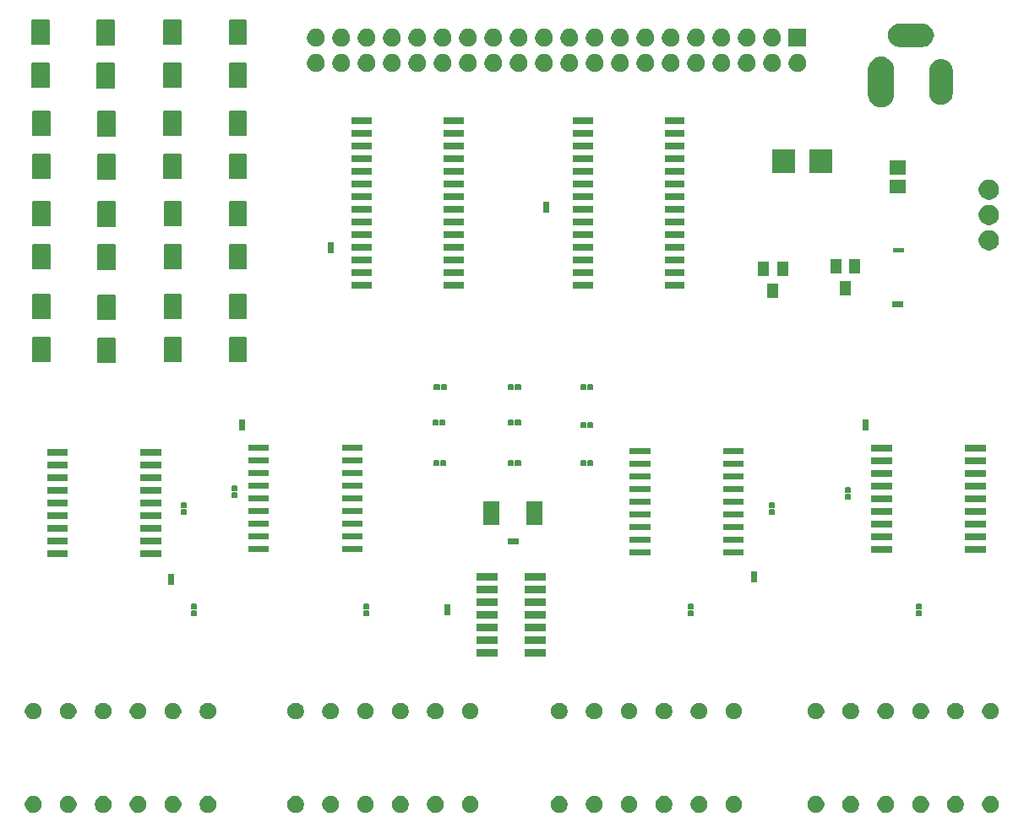
<source format=gbr>
G04 #@! TF.GenerationSoftware,KiCad,Pcbnew,5.1.5*
G04 #@! TF.CreationDate,2020-04-29T22:13:39-04:00*
G04 #@! TF.ProjectId,EVE-PCB-V2,4556452d-5043-4422-9d56-322e6b696361,rev?*
G04 #@! TF.SameCoordinates,Original*
G04 #@! TF.FileFunction,Soldermask,Top*
G04 #@! TF.FilePolarity,Negative*
%FSLAX46Y46*%
G04 Gerber Fmt 4.6, Leading zero omitted, Abs format (unit mm)*
G04 Created by KiCad (PCBNEW 5.1.5) date 2020-04-29 22:13:39*
%MOMM*%
%LPD*%
G04 APERTURE LIST*
%ADD10C,0.150000*%
%ADD11C,0.100000*%
G04 APERTURE END LIST*
D10*
G36*
X91017346Y-37735769D02*
G01*
X92668346Y-37735769D01*
X92668346Y-35322769D01*
X91017346Y-35322769D01*
X91017346Y-37735769D01*
G37*
X91017346Y-37735769D02*
X92668346Y-37735769D01*
X92668346Y-35322769D01*
X91017346Y-35322769D01*
X91017346Y-37735769D01*
G36*
X91080846Y-42053769D02*
G01*
X92668346Y-42053769D01*
X92668346Y-39640769D01*
X91080846Y-39640769D01*
X91017346Y-39640769D01*
X91017346Y-42053769D01*
X91080846Y-42053769D01*
G37*
X91080846Y-42053769D02*
X92668346Y-42053769D01*
X92668346Y-39640769D01*
X91080846Y-39640769D01*
X91017346Y-39640769D01*
X91017346Y-42053769D01*
X91080846Y-42053769D01*
G36*
X97538346Y-37799269D02*
G01*
X99189346Y-37799269D01*
X99189346Y-35386269D01*
X97538346Y-35386269D01*
X97538346Y-37799269D01*
G37*
X97538346Y-37799269D02*
X99189346Y-37799269D01*
X99189346Y-35386269D01*
X97538346Y-35386269D01*
X97538346Y-37799269D01*
G36*
X97601846Y-42117269D02*
G01*
X99189346Y-42117269D01*
X99189346Y-39704269D01*
X97601846Y-39704269D01*
X97538346Y-39704269D01*
X97538346Y-42117269D01*
X97601846Y-42117269D01*
G37*
X97601846Y-42117269D02*
X99189346Y-42117269D01*
X99189346Y-39704269D01*
X97601846Y-39704269D01*
X97538346Y-39704269D01*
X97538346Y-42117269D01*
X97601846Y-42117269D01*
G36*
X110770846Y-37735769D02*
G01*
X112421846Y-37735769D01*
X112421846Y-35322769D01*
X110770846Y-35322769D01*
X110770846Y-37735769D01*
G37*
X110770846Y-37735769D02*
X112421846Y-37735769D01*
X112421846Y-35322769D01*
X110770846Y-35322769D01*
X110770846Y-37735769D01*
G36*
X110834346Y-42053769D02*
G01*
X112421846Y-42053769D01*
X112421846Y-39640769D01*
X110834346Y-39640769D01*
X110770846Y-39640769D01*
X110770846Y-42053769D01*
X110834346Y-42053769D01*
G37*
X110834346Y-42053769D02*
X112421846Y-42053769D01*
X112421846Y-39640769D01*
X110834346Y-39640769D01*
X110770846Y-39640769D01*
X110770846Y-42053769D01*
X110834346Y-42053769D01*
G36*
X104186346Y-37735769D02*
G01*
X105837346Y-37735769D01*
X105837346Y-35322769D01*
X104186346Y-35322769D01*
X104186346Y-37735769D01*
G37*
X104186346Y-37735769D02*
X105837346Y-37735769D01*
X105837346Y-35322769D01*
X104186346Y-35322769D01*
X104186346Y-37735769D01*
G36*
X104249846Y-42053769D02*
G01*
X105837346Y-42053769D01*
X105837346Y-39640769D01*
X104249846Y-39640769D01*
X104186346Y-39640769D01*
X104186346Y-42053769D01*
X104249846Y-42053769D01*
G37*
X104249846Y-42053769D02*
X105837346Y-42053769D01*
X105837346Y-39640769D01*
X104249846Y-39640769D01*
X104186346Y-39640769D01*
X104186346Y-42053769D01*
X104249846Y-42053769D01*
G36*
X104186346Y-46869269D02*
G01*
X105837346Y-46869269D01*
X105837346Y-44456269D01*
X104186346Y-44456269D01*
X104186346Y-46869269D01*
G37*
X104186346Y-46869269D02*
X105837346Y-46869269D01*
X105837346Y-44456269D01*
X104186346Y-44456269D01*
X104186346Y-46869269D01*
G36*
X104249846Y-51187269D02*
G01*
X105837346Y-51187269D01*
X105837346Y-48774269D01*
X104249846Y-48774269D01*
X104186346Y-48774269D01*
X104186346Y-51187269D01*
X104249846Y-51187269D01*
G37*
X104249846Y-51187269D02*
X105837346Y-51187269D01*
X105837346Y-48774269D01*
X104249846Y-48774269D01*
X104186346Y-48774269D01*
X104186346Y-51187269D01*
X104249846Y-51187269D01*
G36*
X110770846Y-46869269D02*
G01*
X112421846Y-46869269D01*
X112421846Y-44456269D01*
X110770846Y-44456269D01*
X110770846Y-46869269D01*
G37*
X110770846Y-46869269D02*
X112421846Y-46869269D01*
X112421846Y-44456269D01*
X110770846Y-44456269D01*
X110770846Y-46869269D01*
G36*
X110834346Y-51187269D02*
G01*
X112421846Y-51187269D01*
X112421846Y-48774269D01*
X110834346Y-48774269D01*
X110770846Y-48774269D01*
X110770846Y-51187269D01*
X110834346Y-51187269D01*
G37*
X110834346Y-51187269D02*
X112421846Y-51187269D01*
X112421846Y-48774269D01*
X110834346Y-48774269D01*
X110770846Y-48774269D01*
X110770846Y-51187269D01*
X110834346Y-51187269D01*
G36*
X97601846Y-46932769D02*
G01*
X99252846Y-46932769D01*
X99252846Y-44519769D01*
X97601846Y-44519769D01*
X97601846Y-46932769D01*
G37*
X97601846Y-46932769D02*
X99252846Y-46932769D01*
X99252846Y-44519769D01*
X97601846Y-44519769D01*
X97601846Y-46932769D01*
G36*
X97665346Y-51250769D02*
G01*
X99252846Y-51250769D01*
X99252846Y-48837769D01*
X97665346Y-48837769D01*
X97601846Y-48837769D01*
X97601846Y-51250769D01*
X97665346Y-51250769D01*
G37*
X97665346Y-51250769D02*
X99252846Y-51250769D01*
X99252846Y-48837769D01*
X97665346Y-48837769D01*
X97601846Y-48837769D01*
X97601846Y-51250769D01*
X97665346Y-51250769D01*
G36*
X91080846Y-46869269D02*
G01*
X92731846Y-46869269D01*
X92731846Y-44456269D01*
X91080846Y-44456269D01*
X91080846Y-46869269D01*
G37*
X91080846Y-46869269D02*
X92731846Y-46869269D01*
X92731846Y-44456269D01*
X91080846Y-44456269D01*
X91080846Y-46869269D01*
G36*
X91144346Y-51187269D02*
G01*
X92731846Y-51187269D01*
X92731846Y-48774269D01*
X91144346Y-48774269D01*
X91080846Y-48774269D01*
X91080846Y-51187269D01*
X91144346Y-51187269D01*
G37*
X91144346Y-51187269D02*
X92731846Y-51187269D01*
X92731846Y-48774269D01*
X91144346Y-48774269D01*
X91080846Y-48774269D01*
X91080846Y-51187269D01*
X91144346Y-51187269D01*
G36*
X110770846Y-55939269D02*
G01*
X112421846Y-55939269D01*
X112421846Y-53526269D01*
X110770846Y-53526269D01*
X110770846Y-55939269D01*
G37*
X110770846Y-55939269D02*
X112421846Y-55939269D01*
X112421846Y-53526269D01*
X110770846Y-53526269D01*
X110770846Y-55939269D01*
G36*
X110834346Y-60257269D02*
G01*
X112421846Y-60257269D01*
X112421846Y-57844269D01*
X110834346Y-57844269D01*
X110770846Y-57844269D01*
X110770846Y-60257269D01*
X110834346Y-60257269D01*
G37*
X110834346Y-60257269D02*
X112421846Y-60257269D01*
X112421846Y-57844269D01*
X110834346Y-57844269D01*
X110770846Y-57844269D01*
X110770846Y-60257269D01*
X110834346Y-60257269D01*
G36*
X110834346Y-69581269D02*
G01*
X112421846Y-69581269D01*
X112421846Y-67168269D01*
X110834346Y-67168269D01*
X110770846Y-67168269D01*
X110770846Y-69581269D01*
X110834346Y-69581269D01*
G37*
X110834346Y-69581269D02*
X112421846Y-69581269D01*
X112421846Y-67168269D01*
X110834346Y-67168269D01*
X110770846Y-67168269D01*
X110770846Y-69581269D01*
X110834346Y-69581269D01*
G36*
X110770846Y-65263269D02*
G01*
X112421846Y-65263269D01*
X112421846Y-62850269D01*
X110770846Y-62850269D01*
X110770846Y-65263269D01*
G37*
X110770846Y-65263269D02*
X112421846Y-65263269D01*
X112421846Y-62850269D01*
X110770846Y-62850269D01*
X110770846Y-65263269D01*
G36*
X97601846Y-56002769D02*
G01*
X99252846Y-56002769D01*
X99252846Y-53589769D01*
X97601846Y-53589769D01*
X97601846Y-56002769D01*
G37*
X97601846Y-56002769D02*
X99252846Y-56002769D01*
X99252846Y-53589769D01*
X97601846Y-53589769D01*
X97601846Y-56002769D01*
G36*
X97665346Y-60320769D02*
G01*
X99252846Y-60320769D01*
X99252846Y-57907769D01*
X97665346Y-57907769D01*
X97601846Y-57907769D01*
X97601846Y-60320769D01*
X97665346Y-60320769D01*
G37*
X97665346Y-60320769D02*
X99252846Y-60320769D01*
X99252846Y-57907769D01*
X97665346Y-57907769D01*
X97601846Y-57907769D01*
X97601846Y-60320769D01*
X97665346Y-60320769D01*
G36*
X91080846Y-55939269D02*
G01*
X92731846Y-55939269D01*
X92731846Y-53526269D01*
X91080846Y-53526269D01*
X91080846Y-55939269D01*
G37*
X91080846Y-55939269D02*
X92731846Y-55939269D01*
X92731846Y-53526269D01*
X91080846Y-53526269D01*
X91080846Y-55939269D01*
G36*
X91144346Y-60257269D02*
G01*
X92731846Y-60257269D01*
X92731846Y-57844269D01*
X91144346Y-57844269D01*
X91080846Y-57844269D01*
X91080846Y-60257269D01*
X91144346Y-60257269D01*
G37*
X91144346Y-60257269D02*
X92731846Y-60257269D01*
X92731846Y-57844269D01*
X91144346Y-57844269D01*
X91080846Y-57844269D01*
X91080846Y-60257269D01*
X91144346Y-60257269D01*
G36*
X104249846Y-65263269D02*
G01*
X105900846Y-65263269D01*
X105900846Y-62850269D01*
X104249846Y-62850269D01*
X104249846Y-65263269D01*
G37*
X104249846Y-65263269D02*
X105900846Y-65263269D01*
X105900846Y-62850269D01*
X104249846Y-62850269D01*
X104249846Y-65263269D01*
G36*
X104313346Y-69581269D02*
G01*
X105900846Y-69581269D01*
X105900846Y-67168269D01*
X104313346Y-67168269D01*
X104249846Y-67168269D01*
X104249846Y-69581269D01*
X104313346Y-69581269D01*
G37*
X104313346Y-69581269D02*
X105900846Y-69581269D01*
X105900846Y-67168269D01*
X104313346Y-67168269D01*
X104249846Y-67168269D01*
X104249846Y-69581269D01*
X104313346Y-69581269D01*
G36*
X104249846Y-55939269D02*
G01*
X105900846Y-55939269D01*
X105900846Y-53526269D01*
X104249846Y-53526269D01*
X104249846Y-55939269D01*
G37*
X104249846Y-55939269D02*
X105900846Y-55939269D01*
X105900846Y-53526269D01*
X104249846Y-53526269D01*
X104249846Y-55939269D01*
G36*
X104313346Y-60257269D02*
G01*
X105900846Y-60257269D01*
X105900846Y-57844269D01*
X104313346Y-57844269D01*
X104249846Y-57844269D01*
X104249846Y-60257269D01*
X104313346Y-60257269D01*
G37*
X104313346Y-60257269D02*
X105900846Y-60257269D01*
X105900846Y-57844269D01*
X104313346Y-57844269D01*
X104249846Y-57844269D01*
X104249846Y-60257269D01*
X104313346Y-60257269D01*
G36*
X97601846Y-65326769D02*
G01*
X99252846Y-65326769D01*
X99252846Y-62913769D01*
X97601846Y-62913769D01*
X97601846Y-65326769D01*
G37*
X97601846Y-65326769D02*
X99252846Y-65326769D01*
X99252846Y-62913769D01*
X97601846Y-62913769D01*
X97601846Y-65326769D01*
G36*
X97665346Y-69644769D02*
G01*
X99252846Y-69644769D01*
X99252846Y-67231769D01*
X97665346Y-67231769D01*
X97601846Y-67231769D01*
X97601846Y-69644769D01*
X97665346Y-69644769D01*
G37*
X97665346Y-69644769D02*
X99252846Y-69644769D01*
X99252846Y-67231769D01*
X97665346Y-67231769D01*
X97601846Y-67231769D01*
X97601846Y-69644769D01*
X97665346Y-69644769D01*
G36*
X91080846Y-65263269D02*
G01*
X92731846Y-65263269D01*
X92731846Y-62850269D01*
X91080846Y-62850269D01*
X91080846Y-65263269D01*
G37*
X91080846Y-65263269D02*
X92731846Y-65263269D01*
X92731846Y-62850269D01*
X91080846Y-62850269D01*
X91080846Y-65263269D01*
G36*
X91144346Y-69581269D02*
G01*
X92731846Y-69581269D01*
X92731846Y-67168269D01*
X91144346Y-67168269D01*
X91080846Y-67168269D01*
X91080846Y-69581269D01*
X91144346Y-69581269D01*
G37*
X91144346Y-69581269D02*
X92731846Y-69581269D01*
X92731846Y-67168269D01*
X91144346Y-67168269D01*
X91080846Y-67168269D01*
X91080846Y-69581269D01*
X91144346Y-69581269D01*
G36*
X132367883Y-79959200D02*
G01*
X132367883Y-79552800D01*
X131936083Y-79552800D01*
X131936083Y-79959200D01*
X132367883Y-79959200D01*
G37*
X132367883Y-79959200D02*
X132367883Y-79552800D01*
X131936083Y-79552800D01*
X131936083Y-79959200D01*
X132367883Y-79959200D01*
G36*
X131682083Y-79959200D02*
G01*
X131682083Y-79552800D01*
X131250283Y-79552800D01*
X131250283Y-79959200D01*
X131682083Y-79959200D01*
G37*
X131682083Y-79959200D02*
X131682083Y-79552800D01*
X131250283Y-79552800D01*
X131250283Y-79959200D01*
X131682083Y-79959200D01*
G36*
X131613000Y-75895200D02*
G01*
X131613000Y-75488800D01*
X131181200Y-75488800D01*
X131181200Y-75895200D01*
X131613000Y-75895200D01*
G37*
X131613000Y-75895200D02*
X131613000Y-75488800D01*
X131181200Y-75488800D01*
X131181200Y-75895200D01*
X131613000Y-75895200D01*
G36*
X132298800Y-75895200D02*
G01*
X132298800Y-75488800D01*
X131867000Y-75488800D01*
X131867000Y-75895200D01*
X132298800Y-75895200D01*
G37*
X132298800Y-75895200D02*
X132298800Y-75488800D01*
X131867000Y-75488800D01*
X131867000Y-75895200D01*
X132298800Y-75895200D01*
G36*
X146681583Y-75721144D02*
G01*
X146681583Y-76127544D01*
X147113383Y-76127544D01*
X147113383Y-75721144D01*
X146681583Y-75721144D01*
G37*
X146681583Y-75721144D02*
X146681583Y-76127544D01*
X147113383Y-76127544D01*
X147113383Y-75721144D01*
X146681583Y-75721144D01*
G36*
X145995783Y-75721144D02*
G01*
X145995783Y-76127544D01*
X146427583Y-76127544D01*
X146427583Y-75721144D01*
X145995783Y-75721144D01*
G37*
X145995783Y-75721144D02*
X145995783Y-76127544D01*
X146427583Y-76127544D01*
X146427583Y-75721144D01*
X145995783Y-75721144D01*
G36*
X131745583Y-72327544D02*
G01*
X131745583Y-71921144D01*
X131313783Y-71921144D01*
X131313783Y-72327544D01*
X131745583Y-72327544D01*
G37*
X131745583Y-72327544D02*
X131745583Y-71921144D01*
X131313783Y-71921144D01*
X131313783Y-72327544D01*
X131745583Y-72327544D01*
G36*
X132431383Y-72327544D02*
G01*
X132431383Y-71921144D01*
X131999583Y-71921144D01*
X131999583Y-72327544D01*
X132431383Y-72327544D01*
G37*
X132431383Y-72327544D02*
X132431383Y-71921144D01*
X131999583Y-71921144D01*
X131999583Y-72327544D01*
X132431383Y-72327544D01*
G36*
X146427583Y-72327544D02*
G01*
X146427583Y-71921144D01*
X146021183Y-71921144D01*
X145995783Y-71921144D01*
X145995783Y-72327544D01*
X146427583Y-72327544D01*
G37*
X146427583Y-72327544D02*
X146427583Y-71921144D01*
X146021183Y-71921144D01*
X145995783Y-71921144D01*
X145995783Y-72327544D01*
X146427583Y-72327544D01*
G36*
X147113383Y-72327544D02*
G01*
X147113383Y-71921144D01*
X146681583Y-71921144D01*
X146681583Y-72327544D01*
X147113383Y-72327544D01*
G37*
X147113383Y-72327544D02*
X147113383Y-71921144D01*
X146681583Y-71921144D01*
X146681583Y-72327544D01*
X147113383Y-72327544D01*
G36*
X145995783Y-79552800D02*
G01*
X145995783Y-79959200D01*
X146427583Y-79959200D01*
X146427583Y-79552800D01*
X145995783Y-79552800D01*
G37*
X145995783Y-79552800D02*
X145995783Y-79959200D01*
X146427583Y-79959200D01*
X146427583Y-79552800D01*
X145995783Y-79552800D01*
G36*
X146681583Y-79552800D02*
G01*
X146681583Y-79959200D01*
X147087983Y-79959200D01*
X147113383Y-79959200D01*
X147113383Y-79552800D01*
X146681583Y-79552800D01*
G37*
X146681583Y-79552800D02*
X146681583Y-79959200D01*
X147087983Y-79959200D01*
X147113383Y-79959200D01*
X147113383Y-79552800D01*
X146681583Y-79552800D01*
G36*
X139446083Y-75488800D02*
G01*
X139446083Y-75895200D01*
X139852483Y-75895200D01*
X139877883Y-75895200D01*
X139877883Y-75488800D01*
X139446083Y-75488800D01*
G37*
X139446083Y-75488800D02*
X139446083Y-75895200D01*
X139852483Y-75895200D01*
X139877883Y-75895200D01*
X139877883Y-75488800D01*
X139446083Y-75488800D01*
G36*
X138760283Y-75488800D02*
G01*
X138760283Y-75895200D01*
X139192083Y-75895200D01*
X139192083Y-75488800D01*
X138760283Y-75488800D01*
G37*
X138760283Y-75488800D02*
X138760283Y-75895200D01*
X139192083Y-75895200D01*
X139192083Y-75488800D01*
X138760283Y-75488800D01*
G36*
X138760283Y-79552800D02*
G01*
X138760283Y-79959200D01*
X139192083Y-79959200D01*
X139192083Y-79552800D01*
X138760283Y-79552800D01*
G37*
X138760283Y-79552800D02*
X138760283Y-79959200D01*
X139192083Y-79959200D01*
X139192083Y-79552800D01*
X138760283Y-79552800D01*
G36*
X139446083Y-79552800D02*
G01*
X139446083Y-79959200D01*
X139852483Y-79959200D01*
X139877883Y-79959200D01*
X139877883Y-79552800D01*
X139446083Y-79552800D01*
G37*
X139446083Y-79552800D02*
X139446083Y-79959200D01*
X139852483Y-79959200D01*
X139877883Y-79959200D01*
X139877883Y-79552800D01*
X139446083Y-79552800D01*
G36*
X139446083Y-71921144D02*
G01*
X139446083Y-72327544D01*
X139852483Y-72327544D01*
X139877883Y-72327544D01*
X139877883Y-71921144D01*
X139446083Y-71921144D01*
G37*
X139446083Y-71921144D02*
X139446083Y-72327544D01*
X139852483Y-72327544D01*
X139877883Y-72327544D01*
X139877883Y-71921144D01*
X139446083Y-71921144D01*
G36*
X138760283Y-71921144D02*
G01*
X138760283Y-72327544D01*
X139192083Y-72327544D01*
X139192083Y-71921144D01*
X138760283Y-71921144D01*
G37*
X138760283Y-71921144D02*
X138760283Y-72327544D01*
X139192083Y-72327544D01*
X139192083Y-71921144D01*
X138760283Y-71921144D01*
G36*
X180035200Y-94615000D02*
G01*
X179628800Y-94615000D01*
X179628800Y-95046800D01*
X180035200Y-95046800D01*
X180035200Y-94615000D01*
G37*
X180035200Y-94615000D02*
X179628800Y-94615000D01*
X179628800Y-95046800D01*
X180035200Y-95046800D01*
X180035200Y-94615000D01*
G36*
X180035200Y-93929200D02*
G01*
X179628800Y-93929200D01*
X179628800Y-94361000D01*
X180035200Y-94361000D01*
X180035200Y-93929200D01*
G37*
X180035200Y-93929200D02*
X179628800Y-93929200D01*
X179628800Y-94361000D01*
X180035200Y-94361000D01*
X180035200Y-93929200D01*
G36*
X172516800Y-83362800D02*
G01*
X172923200Y-83362800D01*
X172923200Y-82931000D01*
X172516800Y-82931000D01*
X172516800Y-83362800D01*
G37*
X172516800Y-83362800D02*
X172923200Y-83362800D01*
X172923200Y-82931000D01*
X172516800Y-82931000D01*
X172516800Y-83362800D01*
G36*
X172516800Y-82677000D02*
G01*
X172923200Y-82677000D01*
X172923200Y-82245200D01*
X172516800Y-82245200D01*
X172516800Y-82677000D01*
G37*
X172516800Y-82677000D02*
X172923200Y-82677000D01*
X172923200Y-82245200D01*
X172516800Y-82245200D01*
X172516800Y-82677000D01*
G36*
X157175200Y-94615000D02*
G01*
X156768800Y-94615000D01*
X156768800Y-95046800D01*
X157175200Y-95046800D01*
X157175200Y-94615000D01*
G37*
X157175200Y-94615000D02*
X156768800Y-94615000D01*
X156768800Y-95046800D01*
X157175200Y-95046800D01*
X157175200Y-94615000D01*
G36*
X157175200Y-93929200D02*
G01*
X156768800Y-93929200D01*
X156768800Y-94361000D01*
X157175200Y-94361000D01*
X157175200Y-93929200D01*
G37*
X157175200Y-93929200D02*
X156768800Y-93929200D01*
X156768800Y-94361000D01*
X157175200Y-94361000D01*
X157175200Y-93929200D01*
G36*
X165303200Y-84455000D02*
G01*
X164896800Y-84455000D01*
X164896800Y-84886800D01*
X165303200Y-84886800D01*
X165303200Y-84455000D01*
G37*
X165303200Y-84455000D02*
X164896800Y-84455000D01*
X164896800Y-84886800D01*
X165303200Y-84886800D01*
X165303200Y-84455000D01*
G36*
X165303200Y-83769200D02*
G01*
X164896800Y-83769200D01*
X164896800Y-84201000D01*
X165303200Y-84201000D01*
X165303200Y-83769200D01*
G37*
X165303200Y-83769200D02*
X164896800Y-83769200D01*
X164896800Y-84201000D01*
X165303200Y-84201000D01*
X165303200Y-83769200D01*
G36*
X124663200Y-94615000D02*
G01*
X124256800Y-94615000D01*
X124256800Y-95046800D01*
X124663200Y-95046800D01*
X124663200Y-94615000D01*
G37*
X124663200Y-94615000D02*
X124256800Y-94615000D01*
X124256800Y-95046800D01*
X124663200Y-95046800D01*
X124663200Y-94615000D01*
G36*
X124663200Y-93929200D02*
G01*
X124256800Y-93929200D01*
X124256800Y-94361000D01*
X124663200Y-94361000D01*
X124663200Y-93929200D01*
G37*
X124663200Y-93929200D02*
X124256800Y-93929200D01*
X124256800Y-94361000D01*
X124663200Y-94361000D01*
X124663200Y-93929200D01*
G36*
X111048800Y-82509000D02*
G01*
X111455200Y-82509000D01*
X111455200Y-82077200D01*
X111048800Y-82077200D01*
X111048800Y-82509000D01*
G37*
X111048800Y-82509000D02*
X111455200Y-82509000D01*
X111455200Y-82077200D01*
X111048800Y-82077200D01*
X111048800Y-82509000D01*
G36*
X111048800Y-83194800D02*
G01*
X111455200Y-83194800D01*
X111455200Y-82763000D01*
X111048800Y-82763000D01*
X111048800Y-83194800D01*
G37*
X111048800Y-83194800D02*
X111455200Y-83194800D01*
X111455200Y-82763000D01*
X111048800Y-82763000D01*
X111048800Y-83194800D01*
G36*
X107391200Y-94615000D02*
G01*
X106984800Y-94615000D01*
X106984800Y-95046800D01*
X107391200Y-95046800D01*
X107391200Y-94615000D01*
G37*
X107391200Y-94615000D02*
X106984800Y-94615000D01*
X106984800Y-95046800D01*
X107391200Y-95046800D01*
X107391200Y-94615000D01*
G36*
X107391200Y-93929200D02*
G01*
X106984800Y-93929200D01*
X106984800Y-94361000D01*
X107391200Y-94361000D01*
X107391200Y-93929200D01*
G37*
X107391200Y-93929200D02*
X106984800Y-93929200D01*
X106984800Y-94361000D01*
X107391200Y-94361000D01*
X107391200Y-93929200D01*
G36*
X106375200Y-84455000D02*
G01*
X105968800Y-84455000D01*
X105968800Y-84886800D01*
X106375200Y-84886800D01*
X106375200Y-84455000D01*
G37*
X106375200Y-84455000D02*
X105968800Y-84455000D01*
X105968800Y-84886800D01*
X106375200Y-84886800D01*
X106375200Y-84455000D01*
G36*
X106375200Y-83769200D02*
G01*
X105968800Y-83769200D01*
X105968800Y-84201000D01*
X106375200Y-84201000D01*
X106375200Y-83769200D01*
G37*
X106375200Y-83769200D02*
X105968800Y-83769200D01*
X105968800Y-84201000D01*
X106375200Y-84201000D01*
X106375200Y-83769200D01*
D11*
G36*
X183759427Y-113193723D02*
G01*
X183912024Y-113256930D01*
X184049358Y-113348694D01*
X184166152Y-113465488D01*
X184257916Y-113602822D01*
X184321123Y-113755419D01*
X184353346Y-113917414D01*
X184353346Y-114082586D01*
X184321123Y-114244581D01*
X184257916Y-114397178D01*
X184166152Y-114534512D01*
X184049358Y-114651306D01*
X183912024Y-114743070D01*
X183759427Y-114806277D01*
X183597432Y-114838500D01*
X183432260Y-114838500D01*
X183270265Y-114806277D01*
X183117668Y-114743070D01*
X182980334Y-114651306D01*
X182863540Y-114534512D01*
X182771776Y-114397178D01*
X182708569Y-114244581D01*
X182676346Y-114082586D01*
X182676346Y-113917414D01*
X182708569Y-113755419D01*
X182771776Y-113602822D01*
X182863540Y-113465488D01*
X182980334Y-113348694D01*
X183117668Y-113256930D01*
X183270265Y-113193723D01*
X183432260Y-113161500D01*
X183597432Y-113161500D01*
X183759427Y-113193723D01*
G37*
G36*
X131625927Y-113193723D02*
G01*
X131778524Y-113256930D01*
X131915858Y-113348694D01*
X132032652Y-113465488D01*
X132124416Y-113602822D01*
X132187623Y-113755419D01*
X132219846Y-113917414D01*
X132219846Y-114082586D01*
X132187623Y-114244581D01*
X132124416Y-114397178D01*
X132032652Y-114534512D01*
X131915858Y-114651306D01*
X131778524Y-114743070D01*
X131625927Y-114806277D01*
X131463932Y-114838500D01*
X131298760Y-114838500D01*
X131136765Y-114806277D01*
X130984168Y-114743070D01*
X130846834Y-114651306D01*
X130730040Y-114534512D01*
X130638276Y-114397178D01*
X130575069Y-114244581D01*
X130542846Y-114082586D01*
X130542846Y-113917414D01*
X130575069Y-113755419D01*
X130638276Y-113602822D01*
X130730040Y-113465488D01*
X130846834Y-113348694D01*
X130984168Y-113256930D01*
X131136765Y-113193723D01*
X131298760Y-113161500D01*
X131463932Y-113161500D01*
X131625927Y-113193723D01*
G37*
G36*
X91336927Y-113193723D02*
G01*
X91489524Y-113256930D01*
X91626858Y-113348694D01*
X91743652Y-113465488D01*
X91835416Y-113602822D01*
X91898623Y-113755419D01*
X91930846Y-113917414D01*
X91930846Y-114082586D01*
X91898623Y-114244581D01*
X91835416Y-114397178D01*
X91743652Y-114534512D01*
X91626858Y-114651306D01*
X91489524Y-114743070D01*
X91336927Y-114806277D01*
X91174932Y-114838500D01*
X91009760Y-114838500D01*
X90847765Y-114806277D01*
X90695168Y-114743070D01*
X90557834Y-114651306D01*
X90441040Y-114534512D01*
X90349276Y-114397178D01*
X90286069Y-114244581D01*
X90253846Y-114082586D01*
X90253846Y-113917414D01*
X90286069Y-113755419D01*
X90349276Y-113602822D01*
X90441040Y-113465488D01*
X90557834Y-113348694D01*
X90695168Y-113256930D01*
X90847765Y-113193723D01*
X91009760Y-113161500D01*
X91174932Y-113161500D01*
X91336927Y-113193723D01*
G37*
G36*
X94836927Y-113193723D02*
G01*
X94989524Y-113256930D01*
X95126858Y-113348694D01*
X95243652Y-113465488D01*
X95335416Y-113602822D01*
X95398623Y-113755419D01*
X95430846Y-113917414D01*
X95430846Y-114082586D01*
X95398623Y-114244581D01*
X95335416Y-114397178D01*
X95243652Y-114534512D01*
X95126858Y-114651306D01*
X94989524Y-114743070D01*
X94836927Y-114806277D01*
X94674932Y-114838500D01*
X94509760Y-114838500D01*
X94347765Y-114806277D01*
X94195168Y-114743070D01*
X94057834Y-114651306D01*
X93941040Y-114534512D01*
X93849276Y-114397178D01*
X93786069Y-114244581D01*
X93753846Y-114082586D01*
X93753846Y-113917414D01*
X93786069Y-113755419D01*
X93849276Y-113602822D01*
X93941040Y-113465488D01*
X94057834Y-113348694D01*
X94195168Y-113256930D01*
X94347765Y-113193723D01*
X94509760Y-113161500D01*
X94674932Y-113161500D01*
X94836927Y-113193723D01*
G37*
G36*
X98336927Y-113193723D02*
G01*
X98489524Y-113256930D01*
X98626858Y-113348694D01*
X98743652Y-113465488D01*
X98835416Y-113602822D01*
X98898623Y-113755419D01*
X98930846Y-113917414D01*
X98930846Y-114082586D01*
X98898623Y-114244581D01*
X98835416Y-114397178D01*
X98743652Y-114534512D01*
X98626858Y-114651306D01*
X98489524Y-114743070D01*
X98336927Y-114806277D01*
X98174932Y-114838500D01*
X98009760Y-114838500D01*
X97847765Y-114806277D01*
X97695168Y-114743070D01*
X97557834Y-114651306D01*
X97441040Y-114534512D01*
X97349276Y-114397178D01*
X97286069Y-114244581D01*
X97253846Y-114082586D01*
X97253846Y-113917414D01*
X97286069Y-113755419D01*
X97349276Y-113602822D01*
X97441040Y-113465488D01*
X97557834Y-113348694D01*
X97695168Y-113256930D01*
X97847765Y-113193723D01*
X98009760Y-113161500D01*
X98174932Y-113161500D01*
X98336927Y-113193723D01*
G37*
G36*
X101836927Y-113193723D02*
G01*
X101989524Y-113256930D01*
X102126858Y-113348694D01*
X102243652Y-113465488D01*
X102335416Y-113602822D01*
X102398623Y-113755419D01*
X102430846Y-113917414D01*
X102430846Y-114082586D01*
X102398623Y-114244581D01*
X102335416Y-114397178D01*
X102243652Y-114534512D01*
X102126858Y-114651306D01*
X101989524Y-114743070D01*
X101836927Y-114806277D01*
X101674932Y-114838500D01*
X101509760Y-114838500D01*
X101347765Y-114806277D01*
X101195168Y-114743070D01*
X101057834Y-114651306D01*
X100941040Y-114534512D01*
X100849276Y-114397178D01*
X100786069Y-114244581D01*
X100753846Y-114082586D01*
X100753846Y-113917414D01*
X100786069Y-113755419D01*
X100849276Y-113602822D01*
X100941040Y-113465488D01*
X101057834Y-113348694D01*
X101195168Y-113256930D01*
X101347765Y-113193723D01*
X101509760Y-113161500D01*
X101674932Y-113161500D01*
X101836927Y-113193723D01*
G37*
G36*
X105336927Y-113193723D02*
G01*
X105489524Y-113256930D01*
X105626858Y-113348694D01*
X105743652Y-113465488D01*
X105835416Y-113602822D01*
X105898623Y-113755419D01*
X105930846Y-113917414D01*
X105930846Y-114082586D01*
X105898623Y-114244581D01*
X105835416Y-114397178D01*
X105743652Y-114534512D01*
X105626858Y-114651306D01*
X105489524Y-114743070D01*
X105336927Y-114806277D01*
X105174932Y-114838500D01*
X105009760Y-114838500D01*
X104847765Y-114806277D01*
X104695168Y-114743070D01*
X104557834Y-114651306D01*
X104441040Y-114534512D01*
X104349276Y-114397178D01*
X104286069Y-114244581D01*
X104253846Y-114082586D01*
X104253846Y-113917414D01*
X104286069Y-113755419D01*
X104349276Y-113602822D01*
X104441040Y-113465488D01*
X104557834Y-113348694D01*
X104695168Y-113256930D01*
X104847765Y-113193723D01*
X105009760Y-113161500D01*
X105174932Y-113161500D01*
X105336927Y-113193723D01*
G37*
G36*
X187259427Y-113193723D02*
G01*
X187412024Y-113256930D01*
X187549358Y-113348694D01*
X187666152Y-113465488D01*
X187757916Y-113602822D01*
X187821123Y-113755419D01*
X187853346Y-113917414D01*
X187853346Y-114082586D01*
X187821123Y-114244581D01*
X187757916Y-114397178D01*
X187666152Y-114534512D01*
X187549358Y-114651306D01*
X187412024Y-114743070D01*
X187259427Y-114806277D01*
X187097432Y-114838500D01*
X186932260Y-114838500D01*
X186770265Y-114806277D01*
X186617668Y-114743070D01*
X186480334Y-114651306D01*
X186363540Y-114534512D01*
X186271776Y-114397178D01*
X186208569Y-114244581D01*
X186176346Y-114082586D01*
X186176346Y-113917414D01*
X186208569Y-113755419D01*
X186271776Y-113602822D01*
X186363540Y-113465488D01*
X186480334Y-113348694D01*
X186617668Y-113256930D01*
X186770265Y-113193723D01*
X186932260Y-113161500D01*
X187097432Y-113161500D01*
X187259427Y-113193723D01*
G37*
G36*
X108836927Y-113193723D02*
G01*
X108989524Y-113256930D01*
X109126858Y-113348694D01*
X109243652Y-113465488D01*
X109335416Y-113602822D01*
X109398623Y-113755419D01*
X109430846Y-113917414D01*
X109430846Y-114082586D01*
X109398623Y-114244581D01*
X109335416Y-114397178D01*
X109243652Y-114534512D01*
X109126858Y-114651306D01*
X108989524Y-114743070D01*
X108836927Y-114806277D01*
X108674932Y-114838500D01*
X108509760Y-114838500D01*
X108347765Y-114806277D01*
X108195168Y-114743070D01*
X108057834Y-114651306D01*
X107941040Y-114534512D01*
X107849276Y-114397178D01*
X107786069Y-114244581D01*
X107753846Y-114082586D01*
X107753846Y-113917414D01*
X107786069Y-113755419D01*
X107849276Y-113602822D01*
X107941040Y-113465488D01*
X108057834Y-113348694D01*
X108195168Y-113256930D01*
X108347765Y-113193723D01*
X108509760Y-113161500D01*
X108674932Y-113161500D01*
X108836927Y-113193723D01*
G37*
G36*
X117625927Y-113193723D02*
G01*
X117778524Y-113256930D01*
X117915858Y-113348694D01*
X118032652Y-113465488D01*
X118124416Y-113602822D01*
X118187623Y-113755419D01*
X118219846Y-113917414D01*
X118219846Y-114082586D01*
X118187623Y-114244581D01*
X118124416Y-114397178D01*
X118032652Y-114534512D01*
X117915858Y-114651306D01*
X117778524Y-114743070D01*
X117625927Y-114806277D01*
X117463932Y-114838500D01*
X117298760Y-114838500D01*
X117136765Y-114806277D01*
X116984168Y-114743070D01*
X116846834Y-114651306D01*
X116730040Y-114534512D01*
X116638276Y-114397178D01*
X116575069Y-114244581D01*
X116542846Y-114082586D01*
X116542846Y-113917414D01*
X116575069Y-113755419D01*
X116638276Y-113602822D01*
X116730040Y-113465488D01*
X116846834Y-113348694D01*
X116984168Y-113256930D01*
X117136765Y-113193723D01*
X117298760Y-113161500D01*
X117463932Y-113161500D01*
X117625927Y-113193723D01*
G37*
G36*
X121125927Y-113193723D02*
G01*
X121278524Y-113256930D01*
X121415858Y-113348694D01*
X121532652Y-113465488D01*
X121624416Y-113602822D01*
X121687623Y-113755419D01*
X121719846Y-113917414D01*
X121719846Y-114082586D01*
X121687623Y-114244581D01*
X121624416Y-114397178D01*
X121532652Y-114534512D01*
X121415858Y-114651306D01*
X121278524Y-114743070D01*
X121125927Y-114806277D01*
X120963932Y-114838500D01*
X120798760Y-114838500D01*
X120636765Y-114806277D01*
X120484168Y-114743070D01*
X120346834Y-114651306D01*
X120230040Y-114534512D01*
X120138276Y-114397178D01*
X120075069Y-114244581D01*
X120042846Y-114082586D01*
X120042846Y-113917414D01*
X120075069Y-113755419D01*
X120138276Y-113602822D01*
X120230040Y-113465488D01*
X120346834Y-113348694D01*
X120484168Y-113256930D01*
X120636765Y-113193723D01*
X120798760Y-113161500D01*
X120963932Y-113161500D01*
X121125927Y-113193723D01*
G37*
G36*
X124625927Y-113193723D02*
G01*
X124778524Y-113256930D01*
X124915858Y-113348694D01*
X125032652Y-113465488D01*
X125124416Y-113602822D01*
X125187623Y-113755419D01*
X125219846Y-113917414D01*
X125219846Y-114082586D01*
X125187623Y-114244581D01*
X125124416Y-114397178D01*
X125032652Y-114534512D01*
X124915858Y-114651306D01*
X124778524Y-114743070D01*
X124625927Y-114806277D01*
X124463932Y-114838500D01*
X124298760Y-114838500D01*
X124136765Y-114806277D01*
X123984168Y-114743070D01*
X123846834Y-114651306D01*
X123730040Y-114534512D01*
X123638276Y-114397178D01*
X123575069Y-114244581D01*
X123542846Y-114082586D01*
X123542846Y-113917414D01*
X123575069Y-113755419D01*
X123638276Y-113602822D01*
X123730040Y-113465488D01*
X123846834Y-113348694D01*
X123984168Y-113256930D01*
X124136765Y-113193723D01*
X124298760Y-113161500D01*
X124463932Y-113161500D01*
X124625927Y-113193723D01*
G37*
G36*
X128125927Y-113193723D02*
G01*
X128278524Y-113256930D01*
X128415858Y-113348694D01*
X128532652Y-113465488D01*
X128624416Y-113602822D01*
X128687623Y-113755419D01*
X128719846Y-113917414D01*
X128719846Y-114082586D01*
X128687623Y-114244581D01*
X128624416Y-114397178D01*
X128532652Y-114534512D01*
X128415858Y-114651306D01*
X128278524Y-114743070D01*
X128125927Y-114806277D01*
X127963932Y-114838500D01*
X127798760Y-114838500D01*
X127636765Y-114806277D01*
X127484168Y-114743070D01*
X127346834Y-114651306D01*
X127230040Y-114534512D01*
X127138276Y-114397178D01*
X127075069Y-114244581D01*
X127042846Y-114082586D01*
X127042846Y-113917414D01*
X127075069Y-113755419D01*
X127138276Y-113602822D01*
X127230040Y-113465488D01*
X127346834Y-113348694D01*
X127484168Y-113256930D01*
X127636765Y-113193723D01*
X127798760Y-113161500D01*
X127963932Y-113161500D01*
X128125927Y-113193723D01*
G37*
G36*
X135125927Y-113193723D02*
G01*
X135278524Y-113256930D01*
X135415858Y-113348694D01*
X135532652Y-113465488D01*
X135624416Y-113602822D01*
X135687623Y-113755419D01*
X135719846Y-113917414D01*
X135719846Y-114082586D01*
X135687623Y-114244581D01*
X135624416Y-114397178D01*
X135532652Y-114534512D01*
X135415858Y-114651306D01*
X135278524Y-114743070D01*
X135125927Y-114806277D01*
X134963932Y-114838500D01*
X134798760Y-114838500D01*
X134636765Y-114806277D01*
X134484168Y-114743070D01*
X134346834Y-114651306D01*
X134230040Y-114534512D01*
X134138276Y-114397178D01*
X134075069Y-114244581D01*
X134042846Y-114082586D01*
X134042846Y-113917414D01*
X134075069Y-113755419D01*
X134138276Y-113602822D01*
X134230040Y-113465488D01*
X134346834Y-113348694D01*
X134484168Y-113256930D01*
X134636765Y-113193723D01*
X134798760Y-113161500D01*
X134963932Y-113161500D01*
X135125927Y-113193723D01*
G37*
G36*
X161541927Y-113193723D02*
G01*
X161694524Y-113256930D01*
X161831858Y-113348694D01*
X161948652Y-113465488D01*
X162040416Y-113602822D01*
X162103623Y-113755419D01*
X162135846Y-113917414D01*
X162135846Y-114082586D01*
X162103623Y-114244581D01*
X162040416Y-114397178D01*
X161948652Y-114534512D01*
X161831858Y-114651306D01*
X161694524Y-114743070D01*
X161541927Y-114806277D01*
X161379932Y-114838500D01*
X161214760Y-114838500D01*
X161052765Y-114806277D01*
X160900168Y-114743070D01*
X160762834Y-114651306D01*
X160646040Y-114534512D01*
X160554276Y-114397178D01*
X160491069Y-114244581D01*
X160458846Y-114082586D01*
X160458846Y-113917414D01*
X160491069Y-113755419D01*
X160554276Y-113602822D01*
X160646040Y-113465488D01*
X160762834Y-113348694D01*
X160900168Y-113256930D01*
X161052765Y-113193723D01*
X161214760Y-113161500D01*
X161379932Y-113161500D01*
X161541927Y-113193723D01*
G37*
G36*
X180259427Y-113193723D02*
G01*
X180412024Y-113256930D01*
X180549358Y-113348694D01*
X180666152Y-113465488D01*
X180757916Y-113602822D01*
X180821123Y-113755419D01*
X180853346Y-113917414D01*
X180853346Y-114082586D01*
X180821123Y-114244581D01*
X180757916Y-114397178D01*
X180666152Y-114534512D01*
X180549358Y-114651306D01*
X180412024Y-114743070D01*
X180259427Y-114806277D01*
X180097432Y-114838500D01*
X179932260Y-114838500D01*
X179770265Y-114806277D01*
X179617668Y-114743070D01*
X179480334Y-114651306D01*
X179363540Y-114534512D01*
X179271776Y-114397178D01*
X179208569Y-114244581D01*
X179176346Y-114082586D01*
X179176346Y-113917414D01*
X179208569Y-113755419D01*
X179271776Y-113602822D01*
X179363540Y-113465488D01*
X179480334Y-113348694D01*
X179617668Y-113256930D01*
X179770265Y-113193723D01*
X179932260Y-113161500D01*
X180097432Y-113161500D01*
X180259427Y-113193723D01*
G37*
G36*
X176759427Y-113193723D02*
G01*
X176912024Y-113256930D01*
X177049358Y-113348694D01*
X177166152Y-113465488D01*
X177257916Y-113602822D01*
X177321123Y-113755419D01*
X177353346Y-113917414D01*
X177353346Y-114082586D01*
X177321123Y-114244581D01*
X177257916Y-114397178D01*
X177166152Y-114534512D01*
X177049358Y-114651306D01*
X176912024Y-114743070D01*
X176759427Y-114806277D01*
X176597432Y-114838500D01*
X176432260Y-114838500D01*
X176270265Y-114806277D01*
X176117668Y-114743070D01*
X175980334Y-114651306D01*
X175863540Y-114534512D01*
X175771776Y-114397178D01*
X175708569Y-114244581D01*
X175676346Y-114082586D01*
X175676346Y-113917414D01*
X175708569Y-113755419D01*
X175771776Y-113602822D01*
X175863540Y-113465488D01*
X175980334Y-113348694D01*
X176117668Y-113256930D01*
X176270265Y-113193723D01*
X176432260Y-113161500D01*
X176597432Y-113161500D01*
X176759427Y-113193723D01*
G37*
G36*
X173259427Y-113193723D02*
G01*
X173412024Y-113256930D01*
X173549358Y-113348694D01*
X173666152Y-113465488D01*
X173757916Y-113602822D01*
X173821123Y-113755419D01*
X173853346Y-113917414D01*
X173853346Y-114082586D01*
X173821123Y-114244581D01*
X173757916Y-114397178D01*
X173666152Y-114534512D01*
X173549358Y-114651306D01*
X173412024Y-114743070D01*
X173259427Y-114806277D01*
X173097432Y-114838500D01*
X172932260Y-114838500D01*
X172770265Y-114806277D01*
X172617668Y-114743070D01*
X172480334Y-114651306D01*
X172363540Y-114534512D01*
X172271776Y-114397178D01*
X172208569Y-114244581D01*
X172176346Y-114082586D01*
X172176346Y-113917414D01*
X172208569Y-113755419D01*
X172271776Y-113602822D01*
X172363540Y-113465488D01*
X172480334Y-113348694D01*
X172617668Y-113256930D01*
X172770265Y-113193723D01*
X172932260Y-113161500D01*
X173097432Y-113161500D01*
X173259427Y-113193723D01*
G37*
G36*
X169759427Y-113193723D02*
G01*
X169912024Y-113256930D01*
X170049358Y-113348694D01*
X170166152Y-113465488D01*
X170257916Y-113602822D01*
X170321123Y-113755419D01*
X170353346Y-113917414D01*
X170353346Y-114082586D01*
X170321123Y-114244581D01*
X170257916Y-114397178D01*
X170166152Y-114534512D01*
X170049358Y-114651306D01*
X169912024Y-114743070D01*
X169759427Y-114806277D01*
X169597432Y-114838500D01*
X169432260Y-114838500D01*
X169270265Y-114806277D01*
X169117668Y-114743070D01*
X168980334Y-114651306D01*
X168863540Y-114534512D01*
X168771776Y-114397178D01*
X168708569Y-114244581D01*
X168676346Y-114082586D01*
X168676346Y-113917414D01*
X168708569Y-113755419D01*
X168771776Y-113602822D01*
X168863540Y-113465488D01*
X168980334Y-113348694D01*
X169117668Y-113256930D01*
X169270265Y-113193723D01*
X169432260Y-113161500D01*
X169597432Y-113161500D01*
X169759427Y-113193723D01*
G37*
G36*
X154541927Y-113193723D02*
G01*
X154694524Y-113256930D01*
X154831858Y-113348694D01*
X154948652Y-113465488D01*
X155040416Y-113602822D01*
X155103623Y-113755419D01*
X155135846Y-113917414D01*
X155135846Y-114082586D01*
X155103623Y-114244581D01*
X155040416Y-114397178D01*
X154948652Y-114534512D01*
X154831858Y-114651306D01*
X154694524Y-114743070D01*
X154541927Y-114806277D01*
X154379932Y-114838500D01*
X154214760Y-114838500D01*
X154052765Y-114806277D01*
X153900168Y-114743070D01*
X153762834Y-114651306D01*
X153646040Y-114534512D01*
X153554276Y-114397178D01*
X153491069Y-114244581D01*
X153458846Y-114082586D01*
X153458846Y-113917414D01*
X153491069Y-113755419D01*
X153554276Y-113602822D01*
X153646040Y-113465488D01*
X153762834Y-113348694D01*
X153900168Y-113256930D01*
X154052765Y-113193723D01*
X154214760Y-113161500D01*
X154379932Y-113161500D01*
X154541927Y-113193723D01*
G37*
G36*
X151041927Y-113193723D02*
G01*
X151194524Y-113256930D01*
X151331858Y-113348694D01*
X151448652Y-113465488D01*
X151540416Y-113602822D01*
X151603623Y-113755419D01*
X151635846Y-113917414D01*
X151635846Y-114082586D01*
X151603623Y-114244581D01*
X151540416Y-114397178D01*
X151448652Y-114534512D01*
X151331858Y-114651306D01*
X151194524Y-114743070D01*
X151041927Y-114806277D01*
X150879932Y-114838500D01*
X150714760Y-114838500D01*
X150552765Y-114806277D01*
X150400168Y-114743070D01*
X150262834Y-114651306D01*
X150146040Y-114534512D01*
X150054276Y-114397178D01*
X149991069Y-114244581D01*
X149958846Y-114082586D01*
X149958846Y-113917414D01*
X149991069Y-113755419D01*
X150054276Y-113602822D01*
X150146040Y-113465488D01*
X150262834Y-113348694D01*
X150400168Y-113256930D01*
X150552765Y-113193723D01*
X150714760Y-113161500D01*
X150879932Y-113161500D01*
X151041927Y-113193723D01*
G37*
G36*
X147541927Y-113193723D02*
G01*
X147694524Y-113256930D01*
X147831858Y-113348694D01*
X147948652Y-113465488D01*
X148040416Y-113602822D01*
X148103623Y-113755419D01*
X148135846Y-113917414D01*
X148135846Y-114082586D01*
X148103623Y-114244581D01*
X148040416Y-114397178D01*
X147948652Y-114534512D01*
X147831858Y-114651306D01*
X147694524Y-114743070D01*
X147541927Y-114806277D01*
X147379932Y-114838500D01*
X147214760Y-114838500D01*
X147052765Y-114806277D01*
X146900168Y-114743070D01*
X146762834Y-114651306D01*
X146646040Y-114534512D01*
X146554276Y-114397178D01*
X146491069Y-114244581D01*
X146458846Y-114082586D01*
X146458846Y-113917414D01*
X146491069Y-113755419D01*
X146554276Y-113602822D01*
X146646040Y-113465488D01*
X146762834Y-113348694D01*
X146900168Y-113256930D01*
X147052765Y-113193723D01*
X147214760Y-113161500D01*
X147379932Y-113161500D01*
X147541927Y-113193723D01*
G37*
G36*
X144041927Y-113193723D02*
G01*
X144194524Y-113256930D01*
X144331858Y-113348694D01*
X144448652Y-113465488D01*
X144540416Y-113602822D01*
X144603623Y-113755419D01*
X144635846Y-113917414D01*
X144635846Y-114082586D01*
X144603623Y-114244581D01*
X144540416Y-114397178D01*
X144448652Y-114534512D01*
X144331858Y-114651306D01*
X144194524Y-114743070D01*
X144041927Y-114806277D01*
X143879932Y-114838500D01*
X143714760Y-114838500D01*
X143552765Y-114806277D01*
X143400168Y-114743070D01*
X143262834Y-114651306D01*
X143146040Y-114534512D01*
X143054276Y-114397178D01*
X142991069Y-114244581D01*
X142958846Y-114082586D01*
X142958846Y-113917414D01*
X142991069Y-113755419D01*
X143054276Y-113602822D01*
X143146040Y-113465488D01*
X143262834Y-113348694D01*
X143400168Y-113256930D01*
X143552765Y-113193723D01*
X143714760Y-113161500D01*
X143879932Y-113161500D01*
X144041927Y-113193723D01*
G37*
G36*
X158041927Y-113193723D02*
G01*
X158194524Y-113256930D01*
X158331858Y-113348694D01*
X158448652Y-113465488D01*
X158540416Y-113602822D01*
X158603623Y-113755419D01*
X158635846Y-113917414D01*
X158635846Y-114082586D01*
X158603623Y-114244581D01*
X158540416Y-114397178D01*
X158448652Y-114534512D01*
X158331858Y-114651306D01*
X158194524Y-114743070D01*
X158041927Y-114806277D01*
X157879932Y-114838500D01*
X157714760Y-114838500D01*
X157552765Y-114806277D01*
X157400168Y-114743070D01*
X157262834Y-114651306D01*
X157146040Y-114534512D01*
X157054276Y-114397178D01*
X156991069Y-114244581D01*
X156958846Y-114082586D01*
X156958846Y-113917414D01*
X156991069Y-113755419D01*
X157054276Y-113602822D01*
X157146040Y-113465488D01*
X157262834Y-113348694D01*
X157400168Y-113256930D01*
X157552765Y-113193723D01*
X157714760Y-113161500D01*
X157879932Y-113161500D01*
X158041927Y-113193723D01*
G37*
G36*
X169759427Y-103843723D02*
G01*
X169912024Y-103906930D01*
X170049358Y-103998694D01*
X170166152Y-104115488D01*
X170257916Y-104252822D01*
X170321123Y-104405419D01*
X170353346Y-104567414D01*
X170353346Y-104732586D01*
X170321123Y-104894581D01*
X170257916Y-105047178D01*
X170166152Y-105184512D01*
X170049358Y-105301306D01*
X169912024Y-105393070D01*
X169759427Y-105456277D01*
X169597432Y-105488500D01*
X169432260Y-105488500D01*
X169270265Y-105456277D01*
X169117668Y-105393070D01*
X168980334Y-105301306D01*
X168863540Y-105184512D01*
X168771776Y-105047178D01*
X168708569Y-104894581D01*
X168676346Y-104732586D01*
X168676346Y-104567414D01*
X168708569Y-104405419D01*
X168771776Y-104252822D01*
X168863540Y-104115488D01*
X168980334Y-103998694D01*
X169117668Y-103906930D01*
X169270265Y-103843723D01*
X169432260Y-103811500D01*
X169597432Y-103811500D01*
X169759427Y-103843723D01*
G37*
G36*
X144041927Y-103843723D02*
G01*
X144194524Y-103906930D01*
X144331858Y-103998694D01*
X144448652Y-104115488D01*
X144540416Y-104252822D01*
X144603623Y-104405419D01*
X144635846Y-104567414D01*
X144635846Y-104732586D01*
X144603623Y-104894581D01*
X144540416Y-105047178D01*
X144448652Y-105184512D01*
X144331858Y-105301306D01*
X144194524Y-105393070D01*
X144041927Y-105456277D01*
X143879932Y-105488500D01*
X143714760Y-105488500D01*
X143552765Y-105456277D01*
X143400168Y-105393070D01*
X143262834Y-105301306D01*
X143146040Y-105184512D01*
X143054276Y-105047178D01*
X142991069Y-104894581D01*
X142958846Y-104732586D01*
X142958846Y-104567414D01*
X142991069Y-104405419D01*
X143054276Y-104252822D01*
X143146040Y-104115488D01*
X143262834Y-103998694D01*
X143400168Y-103906930D01*
X143552765Y-103843723D01*
X143714760Y-103811500D01*
X143879932Y-103811500D01*
X144041927Y-103843723D01*
G37*
G36*
X121125927Y-103843723D02*
G01*
X121278524Y-103906930D01*
X121415858Y-103998694D01*
X121532652Y-104115488D01*
X121624416Y-104252822D01*
X121687623Y-104405419D01*
X121719846Y-104567414D01*
X121719846Y-104732586D01*
X121687623Y-104894581D01*
X121624416Y-105047178D01*
X121532652Y-105184512D01*
X121415858Y-105301306D01*
X121278524Y-105393070D01*
X121125927Y-105456277D01*
X120963932Y-105488500D01*
X120798760Y-105488500D01*
X120636765Y-105456277D01*
X120484168Y-105393070D01*
X120346834Y-105301306D01*
X120230040Y-105184512D01*
X120138276Y-105047178D01*
X120075069Y-104894581D01*
X120042846Y-104732586D01*
X120042846Y-104567414D01*
X120075069Y-104405419D01*
X120138276Y-104252822D01*
X120230040Y-104115488D01*
X120346834Y-103998694D01*
X120484168Y-103906930D01*
X120636765Y-103843723D01*
X120798760Y-103811500D01*
X120963932Y-103811500D01*
X121125927Y-103843723D01*
G37*
G36*
X124625927Y-103843723D02*
G01*
X124778524Y-103906930D01*
X124915858Y-103998694D01*
X125032652Y-104115488D01*
X125124416Y-104252822D01*
X125187623Y-104405419D01*
X125219846Y-104567414D01*
X125219846Y-104732586D01*
X125187623Y-104894581D01*
X125124416Y-105047178D01*
X125032652Y-105184512D01*
X124915858Y-105301306D01*
X124778524Y-105393070D01*
X124625927Y-105456277D01*
X124463932Y-105488500D01*
X124298760Y-105488500D01*
X124136765Y-105456277D01*
X123984168Y-105393070D01*
X123846834Y-105301306D01*
X123730040Y-105184512D01*
X123638276Y-105047178D01*
X123575069Y-104894581D01*
X123542846Y-104732586D01*
X123542846Y-104567414D01*
X123575069Y-104405419D01*
X123638276Y-104252822D01*
X123730040Y-104115488D01*
X123846834Y-103998694D01*
X123984168Y-103906930D01*
X124136765Y-103843723D01*
X124298760Y-103811500D01*
X124463932Y-103811500D01*
X124625927Y-103843723D01*
G37*
G36*
X161541927Y-103843723D02*
G01*
X161694524Y-103906930D01*
X161831858Y-103998694D01*
X161948652Y-104115488D01*
X162040416Y-104252822D01*
X162103623Y-104405419D01*
X162135846Y-104567414D01*
X162135846Y-104732586D01*
X162103623Y-104894581D01*
X162040416Y-105047178D01*
X161948652Y-105184512D01*
X161831858Y-105301306D01*
X161694524Y-105393070D01*
X161541927Y-105456277D01*
X161379932Y-105488500D01*
X161214760Y-105488500D01*
X161052765Y-105456277D01*
X160900168Y-105393070D01*
X160762834Y-105301306D01*
X160646040Y-105184512D01*
X160554276Y-105047178D01*
X160491069Y-104894581D01*
X160458846Y-104732586D01*
X160458846Y-104567414D01*
X160491069Y-104405419D01*
X160554276Y-104252822D01*
X160646040Y-104115488D01*
X160762834Y-103998694D01*
X160900168Y-103906930D01*
X161052765Y-103843723D01*
X161214760Y-103811500D01*
X161379932Y-103811500D01*
X161541927Y-103843723D01*
G37*
G36*
X128125927Y-103843723D02*
G01*
X128278524Y-103906930D01*
X128415858Y-103998694D01*
X128532652Y-104115488D01*
X128624416Y-104252822D01*
X128687623Y-104405419D01*
X128719846Y-104567414D01*
X128719846Y-104732586D01*
X128687623Y-104894581D01*
X128624416Y-105047178D01*
X128532652Y-105184512D01*
X128415858Y-105301306D01*
X128278524Y-105393070D01*
X128125927Y-105456277D01*
X127963932Y-105488500D01*
X127798760Y-105488500D01*
X127636765Y-105456277D01*
X127484168Y-105393070D01*
X127346834Y-105301306D01*
X127230040Y-105184512D01*
X127138276Y-105047178D01*
X127075069Y-104894581D01*
X127042846Y-104732586D01*
X127042846Y-104567414D01*
X127075069Y-104405419D01*
X127138276Y-104252822D01*
X127230040Y-104115488D01*
X127346834Y-103998694D01*
X127484168Y-103906930D01*
X127636765Y-103843723D01*
X127798760Y-103811500D01*
X127963932Y-103811500D01*
X128125927Y-103843723D01*
G37*
G36*
X187259427Y-103843723D02*
G01*
X187412024Y-103906930D01*
X187549358Y-103998694D01*
X187666152Y-104115488D01*
X187757916Y-104252822D01*
X187821123Y-104405419D01*
X187853346Y-104567414D01*
X187853346Y-104732586D01*
X187821123Y-104894581D01*
X187757916Y-105047178D01*
X187666152Y-105184512D01*
X187549358Y-105301306D01*
X187412024Y-105393070D01*
X187259427Y-105456277D01*
X187097432Y-105488500D01*
X186932260Y-105488500D01*
X186770265Y-105456277D01*
X186617668Y-105393070D01*
X186480334Y-105301306D01*
X186363540Y-105184512D01*
X186271776Y-105047178D01*
X186208569Y-104894581D01*
X186176346Y-104732586D01*
X186176346Y-104567414D01*
X186208569Y-104405419D01*
X186271776Y-104252822D01*
X186363540Y-104115488D01*
X186480334Y-103998694D01*
X186617668Y-103906930D01*
X186770265Y-103843723D01*
X186932260Y-103811500D01*
X187097432Y-103811500D01*
X187259427Y-103843723D01*
G37*
G36*
X131625927Y-103843723D02*
G01*
X131778524Y-103906930D01*
X131915858Y-103998694D01*
X132032652Y-104115488D01*
X132124416Y-104252822D01*
X132187623Y-104405419D01*
X132219846Y-104567414D01*
X132219846Y-104732586D01*
X132187623Y-104894581D01*
X132124416Y-105047178D01*
X132032652Y-105184512D01*
X131915858Y-105301306D01*
X131778524Y-105393070D01*
X131625927Y-105456277D01*
X131463932Y-105488500D01*
X131298760Y-105488500D01*
X131136765Y-105456277D01*
X130984168Y-105393070D01*
X130846834Y-105301306D01*
X130730040Y-105184512D01*
X130638276Y-105047178D01*
X130575069Y-104894581D01*
X130542846Y-104732586D01*
X130542846Y-104567414D01*
X130575069Y-104405419D01*
X130638276Y-104252822D01*
X130730040Y-104115488D01*
X130846834Y-103998694D01*
X130984168Y-103906930D01*
X131136765Y-103843723D01*
X131298760Y-103811500D01*
X131463932Y-103811500D01*
X131625927Y-103843723D01*
G37*
G36*
X158041927Y-103843723D02*
G01*
X158194524Y-103906930D01*
X158331858Y-103998694D01*
X158448652Y-104115488D01*
X158540416Y-104252822D01*
X158603623Y-104405419D01*
X158635846Y-104567414D01*
X158635846Y-104732586D01*
X158603623Y-104894581D01*
X158540416Y-105047178D01*
X158448652Y-105184512D01*
X158331858Y-105301306D01*
X158194524Y-105393070D01*
X158041927Y-105456277D01*
X157879932Y-105488500D01*
X157714760Y-105488500D01*
X157552765Y-105456277D01*
X157400168Y-105393070D01*
X157262834Y-105301306D01*
X157146040Y-105184512D01*
X157054276Y-105047178D01*
X156991069Y-104894581D01*
X156958846Y-104732586D01*
X156958846Y-104567414D01*
X156991069Y-104405419D01*
X157054276Y-104252822D01*
X157146040Y-104115488D01*
X157262834Y-103998694D01*
X157400168Y-103906930D01*
X157552765Y-103843723D01*
X157714760Y-103811500D01*
X157879932Y-103811500D01*
X158041927Y-103843723D01*
G37*
G36*
X135125927Y-103843723D02*
G01*
X135278524Y-103906930D01*
X135415858Y-103998694D01*
X135532652Y-104115488D01*
X135624416Y-104252822D01*
X135687623Y-104405419D01*
X135719846Y-104567414D01*
X135719846Y-104732586D01*
X135687623Y-104894581D01*
X135624416Y-105047178D01*
X135532652Y-105184512D01*
X135415858Y-105301306D01*
X135278524Y-105393070D01*
X135125927Y-105456277D01*
X134963932Y-105488500D01*
X134798760Y-105488500D01*
X134636765Y-105456277D01*
X134484168Y-105393070D01*
X134346834Y-105301306D01*
X134230040Y-105184512D01*
X134138276Y-105047178D01*
X134075069Y-104894581D01*
X134042846Y-104732586D01*
X134042846Y-104567414D01*
X134075069Y-104405419D01*
X134138276Y-104252822D01*
X134230040Y-104115488D01*
X134346834Y-103998694D01*
X134484168Y-103906930D01*
X134636765Y-103843723D01*
X134798760Y-103811500D01*
X134963932Y-103811500D01*
X135125927Y-103843723D01*
G37*
G36*
X154541927Y-103843723D02*
G01*
X154694524Y-103906930D01*
X154831858Y-103998694D01*
X154948652Y-104115488D01*
X155040416Y-104252822D01*
X155103623Y-104405419D01*
X155135846Y-104567414D01*
X155135846Y-104732586D01*
X155103623Y-104894581D01*
X155040416Y-105047178D01*
X154948652Y-105184512D01*
X154831858Y-105301306D01*
X154694524Y-105393070D01*
X154541927Y-105456277D01*
X154379932Y-105488500D01*
X154214760Y-105488500D01*
X154052765Y-105456277D01*
X153900168Y-105393070D01*
X153762834Y-105301306D01*
X153646040Y-105184512D01*
X153554276Y-105047178D01*
X153491069Y-104894581D01*
X153458846Y-104732586D01*
X153458846Y-104567414D01*
X153491069Y-104405419D01*
X153554276Y-104252822D01*
X153646040Y-104115488D01*
X153762834Y-103998694D01*
X153900168Y-103906930D01*
X154052765Y-103843723D01*
X154214760Y-103811500D01*
X154379932Y-103811500D01*
X154541927Y-103843723D01*
G37*
G36*
X147541927Y-103843723D02*
G01*
X147694524Y-103906930D01*
X147831858Y-103998694D01*
X147948652Y-104115488D01*
X148040416Y-104252822D01*
X148103623Y-104405419D01*
X148135846Y-104567414D01*
X148135846Y-104732586D01*
X148103623Y-104894581D01*
X148040416Y-105047178D01*
X147948652Y-105184512D01*
X147831858Y-105301306D01*
X147694524Y-105393070D01*
X147541927Y-105456277D01*
X147379932Y-105488500D01*
X147214760Y-105488500D01*
X147052765Y-105456277D01*
X146900168Y-105393070D01*
X146762834Y-105301306D01*
X146646040Y-105184512D01*
X146554276Y-105047178D01*
X146491069Y-104894581D01*
X146458846Y-104732586D01*
X146458846Y-104567414D01*
X146491069Y-104405419D01*
X146554276Y-104252822D01*
X146646040Y-104115488D01*
X146762834Y-103998694D01*
X146900168Y-103906930D01*
X147052765Y-103843723D01*
X147214760Y-103811500D01*
X147379932Y-103811500D01*
X147541927Y-103843723D01*
G37*
G36*
X98336927Y-103843723D02*
G01*
X98489524Y-103906930D01*
X98626858Y-103998694D01*
X98743652Y-104115488D01*
X98835416Y-104252822D01*
X98898623Y-104405419D01*
X98930846Y-104567414D01*
X98930846Y-104732586D01*
X98898623Y-104894581D01*
X98835416Y-105047178D01*
X98743652Y-105184512D01*
X98626858Y-105301306D01*
X98489524Y-105393070D01*
X98336927Y-105456277D01*
X98174932Y-105488500D01*
X98009760Y-105488500D01*
X97847765Y-105456277D01*
X97695168Y-105393070D01*
X97557834Y-105301306D01*
X97441040Y-105184512D01*
X97349276Y-105047178D01*
X97286069Y-104894581D01*
X97253846Y-104732586D01*
X97253846Y-104567414D01*
X97286069Y-104405419D01*
X97349276Y-104252822D01*
X97441040Y-104115488D01*
X97557834Y-103998694D01*
X97695168Y-103906930D01*
X97847765Y-103843723D01*
X98009760Y-103811500D01*
X98174932Y-103811500D01*
X98336927Y-103843723D01*
G37*
G36*
X117625927Y-103843723D02*
G01*
X117778524Y-103906930D01*
X117915858Y-103998694D01*
X118032652Y-104115488D01*
X118124416Y-104252822D01*
X118187623Y-104405419D01*
X118219846Y-104567414D01*
X118219846Y-104732586D01*
X118187623Y-104894581D01*
X118124416Y-105047178D01*
X118032652Y-105184512D01*
X117915858Y-105301306D01*
X117778524Y-105393070D01*
X117625927Y-105456277D01*
X117463932Y-105488500D01*
X117298760Y-105488500D01*
X117136765Y-105456277D01*
X116984168Y-105393070D01*
X116846834Y-105301306D01*
X116730040Y-105184512D01*
X116638276Y-105047178D01*
X116575069Y-104894581D01*
X116542846Y-104732586D01*
X116542846Y-104567414D01*
X116575069Y-104405419D01*
X116638276Y-104252822D01*
X116730040Y-104115488D01*
X116846834Y-103998694D01*
X116984168Y-103906930D01*
X117136765Y-103843723D01*
X117298760Y-103811500D01*
X117463932Y-103811500D01*
X117625927Y-103843723D01*
G37*
G36*
X94836927Y-103843723D02*
G01*
X94989524Y-103906930D01*
X95126858Y-103998694D01*
X95243652Y-104115488D01*
X95335416Y-104252822D01*
X95398623Y-104405419D01*
X95430846Y-104567414D01*
X95430846Y-104732586D01*
X95398623Y-104894581D01*
X95335416Y-105047178D01*
X95243652Y-105184512D01*
X95126858Y-105301306D01*
X94989524Y-105393070D01*
X94836927Y-105456277D01*
X94674932Y-105488500D01*
X94509760Y-105488500D01*
X94347765Y-105456277D01*
X94195168Y-105393070D01*
X94057834Y-105301306D01*
X93941040Y-105184512D01*
X93849276Y-105047178D01*
X93786069Y-104894581D01*
X93753846Y-104732586D01*
X93753846Y-104567414D01*
X93786069Y-104405419D01*
X93849276Y-104252822D01*
X93941040Y-104115488D01*
X94057834Y-103998694D01*
X94195168Y-103906930D01*
X94347765Y-103843723D01*
X94509760Y-103811500D01*
X94674932Y-103811500D01*
X94836927Y-103843723D01*
G37*
G36*
X180259427Y-103843723D02*
G01*
X180412024Y-103906930D01*
X180549358Y-103998694D01*
X180666152Y-104115488D01*
X180757916Y-104252822D01*
X180821123Y-104405419D01*
X180853346Y-104567414D01*
X180853346Y-104732586D01*
X180821123Y-104894581D01*
X180757916Y-105047178D01*
X180666152Y-105184512D01*
X180549358Y-105301306D01*
X180412024Y-105393070D01*
X180259427Y-105456277D01*
X180097432Y-105488500D01*
X179932260Y-105488500D01*
X179770265Y-105456277D01*
X179617668Y-105393070D01*
X179480334Y-105301306D01*
X179363540Y-105184512D01*
X179271776Y-105047178D01*
X179208569Y-104894581D01*
X179176346Y-104732586D01*
X179176346Y-104567414D01*
X179208569Y-104405419D01*
X179271776Y-104252822D01*
X179363540Y-104115488D01*
X179480334Y-103998694D01*
X179617668Y-103906930D01*
X179770265Y-103843723D01*
X179932260Y-103811500D01*
X180097432Y-103811500D01*
X180259427Y-103843723D01*
G37*
G36*
X183759427Y-103843723D02*
G01*
X183912024Y-103906930D01*
X184049358Y-103998694D01*
X184166152Y-104115488D01*
X184257916Y-104252822D01*
X184321123Y-104405419D01*
X184353346Y-104567414D01*
X184353346Y-104732586D01*
X184321123Y-104894581D01*
X184257916Y-105047178D01*
X184166152Y-105184512D01*
X184049358Y-105301306D01*
X183912024Y-105393070D01*
X183759427Y-105456277D01*
X183597432Y-105488500D01*
X183432260Y-105488500D01*
X183270265Y-105456277D01*
X183117668Y-105393070D01*
X182980334Y-105301306D01*
X182863540Y-105184512D01*
X182771776Y-105047178D01*
X182708569Y-104894581D01*
X182676346Y-104732586D01*
X182676346Y-104567414D01*
X182708569Y-104405419D01*
X182771776Y-104252822D01*
X182863540Y-104115488D01*
X182980334Y-103998694D01*
X183117668Y-103906930D01*
X183270265Y-103843723D01*
X183432260Y-103811500D01*
X183597432Y-103811500D01*
X183759427Y-103843723D01*
G37*
G36*
X101836927Y-103843723D02*
G01*
X101989524Y-103906930D01*
X102126858Y-103998694D01*
X102243652Y-104115488D01*
X102335416Y-104252822D01*
X102398623Y-104405419D01*
X102430846Y-104567414D01*
X102430846Y-104732586D01*
X102398623Y-104894581D01*
X102335416Y-105047178D01*
X102243652Y-105184512D01*
X102126858Y-105301306D01*
X101989524Y-105393070D01*
X101836927Y-105456277D01*
X101674932Y-105488500D01*
X101509760Y-105488500D01*
X101347765Y-105456277D01*
X101195168Y-105393070D01*
X101057834Y-105301306D01*
X100941040Y-105184512D01*
X100849276Y-105047178D01*
X100786069Y-104894581D01*
X100753846Y-104732586D01*
X100753846Y-104567414D01*
X100786069Y-104405419D01*
X100849276Y-104252822D01*
X100941040Y-104115488D01*
X101057834Y-103998694D01*
X101195168Y-103906930D01*
X101347765Y-103843723D01*
X101509760Y-103811500D01*
X101674932Y-103811500D01*
X101836927Y-103843723D01*
G37*
G36*
X176759427Y-103843723D02*
G01*
X176912024Y-103906930D01*
X177049358Y-103998694D01*
X177166152Y-104115488D01*
X177257916Y-104252822D01*
X177321123Y-104405419D01*
X177353346Y-104567414D01*
X177353346Y-104732586D01*
X177321123Y-104894581D01*
X177257916Y-105047178D01*
X177166152Y-105184512D01*
X177049358Y-105301306D01*
X176912024Y-105393070D01*
X176759427Y-105456277D01*
X176597432Y-105488500D01*
X176432260Y-105488500D01*
X176270265Y-105456277D01*
X176117668Y-105393070D01*
X175980334Y-105301306D01*
X175863540Y-105184512D01*
X175771776Y-105047178D01*
X175708569Y-104894581D01*
X175676346Y-104732586D01*
X175676346Y-104567414D01*
X175708569Y-104405419D01*
X175771776Y-104252822D01*
X175863540Y-104115488D01*
X175980334Y-103998694D01*
X176117668Y-103906930D01*
X176270265Y-103843723D01*
X176432260Y-103811500D01*
X176597432Y-103811500D01*
X176759427Y-103843723D01*
G37*
G36*
X105336927Y-103843723D02*
G01*
X105489524Y-103906930D01*
X105626858Y-103998694D01*
X105743652Y-104115488D01*
X105835416Y-104252822D01*
X105898623Y-104405419D01*
X105930846Y-104567414D01*
X105930846Y-104732586D01*
X105898623Y-104894581D01*
X105835416Y-105047178D01*
X105743652Y-105184512D01*
X105626858Y-105301306D01*
X105489524Y-105393070D01*
X105336927Y-105456277D01*
X105174932Y-105488500D01*
X105009760Y-105488500D01*
X104847765Y-105456277D01*
X104695168Y-105393070D01*
X104557834Y-105301306D01*
X104441040Y-105184512D01*
X104349276Y-105047178D01*
X104286069Y-104894581D01*
X104253846Y-104732586D01*
X104253846Y-104567414D01*
X104286069Y-104405419D01*
X104349276Y-104252822D01*
X104441040Y-104115488D01*
X104557834Y-103998694D01*
X104695168Y-103906930D01*
X104847765Y-103843723D01*
X105009760Y-103811500D01*
X105174932Y-103811500D01*
X105336927Y-103843723D01*
G37*
G36*
X91336927Y-103843723D02*
G01*
X91489524Y-103906930D01*
X91626858Y-103998694D01*
X91743652Y-104115488D01*
X91835416Y-104252822D01*
X91898623Y-104405419D01*
X91930846Y-104567414D01*
X91930846Y-104732586D01*
X91898623Y-104894581D01*
X91835416Y-105047178D01*
X91743652Y-105184512D01*
X91626858Y-105301306D01*
X91489524Y-105393070D01*
X91336927Y-105456277D01*
X91174932Y-105488500D01*
X91009760Y-105488500D01*
X90847765Y-105456277D01*
X90695168Y-105393070D01*
X90557834Y-105301306D01*
X90441040Y-105184512D01*
X90349276Y-105047178D01*
X90286069Y-104894581D01*
X90253846Y-104732586D01*
X90253846Y-104567414D01*
X90286069Y-104405419D01*
X90349276Y-104252822D01*
X90441040Y-104115488D01*
X90557834Y-103998694D01*
X90695168Y-103906930D01*
X90847765Y-103843723D01*
X91009760Y-103811500D01*
X91174932Y-103811500D01*
X91336927Y-103843723D01*
G37*
G36*
X151041927Y-103843723D02*
G01*
X151194524Y-103906930D01*
X151331858Y-103998694D01*
X151448652Y-104115488D01*
X151540416Y-104252822D01*
X151603623Y-104405419D01*
X151635846Y-104567414D01*
X151635846Y-104732586D01*
X151603623Y-104894581D01*
X151540416Y-105047178D01*
X151448652Y-105184512D01*
X151331858Y-105301306D01*
X151194524Y-105393070D01*
X151041927Y-105456277D01*
X150879932Y-105488500D01*
X150714760Y-105488500D01*
X150552765Y-105456277D01*
X150400168Y-105393070D01*
X150262834Y-105301306D01*
X150146040Y-105184512D01*
X150054276Y-105047178D01*
X149991069Y-104894581D01*
X149958846Y-104732586D01*
X149958846Y-104567414D01*
X149991069Y-104405419D01*
X150054276Y-104252822D01*
X150146040Y-104115488D01*
X150262834Y-103998694D01*
X150400168Y-103906930D01*
X150552765Y-103843723D01*
X150714760Y-103811500D01*
X150879932Y-103811500D01*
X151041927Y-103843723D01*
G37*
G36*
X173259427Y-103843723D02*
G01*
X173412024Y-103906930D01*
X173549358Y-103998694D01*
X173666152Y-104115488D01*
X173757916Y-104252822D01*
X173821123Y-104405419D01*
X173853346Y-104567414D01*
X173853346Y-104732586D01*
X173821123Y-104894581D01*
X173757916Y-105047178D01*
X173666152Y-105184512D01*
X173549358Y-105301306D01*
X173412024Y-105393070D01*
X173259427Y-105456277D01*
X173097432Y-105488500D01*
X172932260Y-105488500D01*
X172770265Y-105456277D01*
X172617668Y-105393070D01*
X172480334Y-105301306D01*
X172363540Y-105184512D01*
X172271776Y-105047178D01*
X172208569Y-104894581D01*
X172176346Y-104732586D01*
X172176346Y-104567414D01*
X172208569Y-104405419D01*
X172271776Y-104252822D01*
X172363540Y-104115488D01*
X172480334Y-103998694D01*
X172617668Y-103906930D01*
X172770265Y-103843723D01*
X172932260Y-103811500D01*
X173097432Y-103811500D01*
X173259427Y-103843723D01*
G37*
G36*
X108836927Y-103843723D02*
G01*
X108989524Y-103906930D01*
X109126858Y-103998694D01*
X109243652Y-104115488D01*
X109335416Y-104252822D01*
X109398623Y-104405419D01*
X109430846Y-104567414D01*
X109430846Y-104732586D01*
X109398623Y-104894581D01*
X109335416Y-105047178D01*
X109243652Y-105184512D01*
X109126858Y-105301306D01*
X108989524Y-105393070D01*
X108836927Y-105456277D01*
X108674932Y-105488500D01*
X108509760Y-105488500D01*
X108347765Y-105456277D01*
X108195168Y-105393070D01*
X108057834Y-105301306D01*
X107941040Y-105184512D01*
X107849276Y-105047178D01*
X107786069Y-104894581D01*
X107753846Y-104732586D01*
X107753846Y-104567414D01*
X107786069Y-104405419D01*
X107849276Y-104252822D01*
X107941040Y-104115488D01*
X108057834Y-103998694D01*
X108195168Y-103906930D01*
X108347765Y-103843723D01*
X108509760Y-103811500D01*
X108674932Y-103811500D01*
X108836927Y-103843723D01*
G37*
G36*
X142464046Y-99176569D02*
G01*
X140304646Y-99176569D01*
X140304646Y-98464969D01*
X142464046Y-98464969D01*
X142464046Y-99176569D01*
G37*
G36*
X137663446Y-99176569D02*
G01*
X135504046Y-99176569D01*
X135504046Y-98464969D01*
X137663446Y-98464969D01*
X137663446Y-99176569D01*
G37*
G36*
X142464046Y-97906569D02*
G01*
X140304646Y-97906569D01*
X140304646Y-97194969D01*
X142464046Y-97194969D01*
X142464046Y-97906569D01*
G37*
G36*
X137663446Y-97906569D02*
G01*
X135504046Y-97906569D01*
X135504046Y-97194969D01*
X137663446Y-97194969D01*
X137663446Y-97906569D01*
G37*
G36*
X137663446Y-96636569D02*
G01*
X135504046Y-96636569D01*
X135504046Y-95924969D01*
X137663446Y-95924969D01*
X137663446Y-96636569D01*
G37*
G36*
X142464046Y-96636569D02*
G01*
X140304646Y-96636569D01*
X140304646Y-95924969D01*
X142464046Y-95924969D01*
X142464046Y-96636569D01*
G37*
G36*
X142464046Y-95366569D02*
G01*
X140304646Y-95366569D01*
X140304646Y-94654969D01*
X142464046Y-94654969D01*
X142464046Y-95366569D01*
G37*
G36*
X137663446Y-95366569D02*
G01*
X135504046Y-95366569D01*
X135504046Y-94654969D01*
X137663446Y-94654969D01*
X137663446Y-95366569D01*
G37*
G36*
X132849000Y-95024000D02*
G01*
X132327000Y-95024000D01*
X132327000Y-93952000D01*
X132849000Y-93952000D01*
X132849000Y-95024000D01*
G37*
G36*
X142464046Y-94096569D02*
G01*
X140304646Y-94096569D01*
X140304646Y-93384969D01*
X142464046Y-93384969D01*
X142464046Y-94096569D01*
G37*
G36*
X137663446Y-94096569D02*
G01*
X135504046Y-94096569D01*
X135504046Y-93384969D01*
X137663446Y-93384969D01*
X137663446Y-94096569D01*
G37*
G36*
X142464046Y-92826569D02*
G01*
X140304646Y-92826569D01*
X140304646Y-92114969D01*
X142464046Y-92114969D01*
X142464046Y-92826569D01*
G37*
G36*
X137663446Y-92826569D02*
G01*
X135504046Y-92826569D01*
X135504046Y-92114969D01*
X137663446Y-92114969D01*
X137663446Y-92826569D01*
G37*
G36*
X105163000Y-91976000D02*
G01*
X104641000Y-91976000D01*
X104641000Y-90904000D01*
X105163000Y-90904000D01*
X105163000Y-91976000D01*
G37*
G36*
X163583000Y-91722000D02*
G01*
X163061000Y-91722000D01*
X163061000Y-90650000D01*
X163583000Y-90650000D01*
X163583000Y-91722000D01*
G37*
G36*
X142464046Y-91556569D02*
G01*
X140304646Y-91556569D01*
X140304646Y-90844969D01*
X142464046Y-90844969D01*
X142464046Y-91556569D01*
G37*
G36*
X137663446Y-91556569D02*
G01*
X135504046Y-91556569D01*
X135504046Y-90844969D01*
X137663446Y-90844969D01*
X137663446Y-91556569D01*
G37*
G36*
X103932246Y-89181669D02*
G01*
X101849046Y-89181669D01*
X101849046Y-88520869D01*
X103932246Y-88520869D01*
X103932246Y-89181669D01*
G37*
G36*
X94559646Y-89181669D02*
G01*
X92476446Y-89181669D01*
X92476446Y-88520869D01*
X94559646Y-88520869D01*
X94559646Y-89181669D01*
G37*
G36*
X152916146Y-89054669D02*
G01*
X150832946Y-89054669D01*
X150832946Y-88393869D01*
X152916146Y-88393869D01*
X152916146Y-89054669D01*
G37*
G36*
X162288746Y-89054669D02*
G01*
X160205546Y-89054669D01*
X160205546Y-88393869D01*
X162288746Y-88393869D01*
X162288746Y-89054669D01*
G37*
G36*
X177173146Y-88737169D02*
G01*
X175089946Y-88737169D01*
X175089946Y-88076369D01*
X177173146Y-88076369D01*
X177173146Y-88737169D01*
G37*
G36*
X186545746Y-88737169D02*
G01*
X184462546Y-88737169D01*
X184462546Y-88076369D01*
X186545746Y-88076369D01*
X186545746Y-88737169D01*
G37*
G36*
X114719300Y-88722400D02*
G01*
X112636100Y-88722400D01*
X112636100Y-88061600D01*
X114719300Y-88061600D01*
X114719300Y-88722400D01*
G37*
G36*
X124091900Y-88722400D02*
G01*
X122008700Y-88722400D01*
X122008700Y-88061600D01*
X124091900Y-88061600D01*
X124091900Y-88722400D01*
G37*
G36*
X103932246Y-87911669D02*
G01*
X101849046Y-87911669D01*
X101849046Y-87250869D01*
X103932246Y-87250869D01*
X103932246Y-87911669D01*
G37*
G36*
X94559646Y-87911669D02*
G01*
X92476446Y-87911669D01*
X92476446Y-87250869D01*
X94559646Y-87250869D01*
X94559646Y-87911669D01*
G37*
G36*
X139728000Y-87891000D02*
G01*
X138656000Y-87891000D01*
X138656000Y-87369000D01*
X139728000Y-87369000D01*
X139728000Y-87891000D01*
G37*
G36*
X152916146Y-87784669D02*
G01*
X150832946Y-87784669D01*
X150832946Y-87123869D01*
X152916146Y-87123869D01*
X152916146Y-87784669D01*
G37*
G36*
X162288746Y-87784669D02*
G01*
X160205546Y-87784669D01*
X160205546Y-87123869D01*
X162288746Y-87123869D01*
X162288746Y-87784669D01*
G37*
G36*
X177173146Y-87467169D02*
G01*
X175089946Y-87467169D01*
X175089946Y-86806369D01*
X177173146Y-86806369D01*
X177173146Y-87467169D01*
G37*
G36*
X186545746Y-87467169D02*
G01*
X184462546Y-87467169D01*
X184462546Y-86806369D01*
X186545746Y-86806369D01*
X186545746Y-87467169D01*
G37*
G36*
X124091900Y-87452400D02*
G01*
X122008700Y-87452400D01*
X122008700Y-86791600D01*
X124091900Y-86791600D01*
X124091900Y-87452400D01*
G37*
G36*
X114719300Y-87452400D02*
G01*
X112636100Y-87452400D01*
X112636100Y-86791600D01*
X114719300Y-86791600D01*
X114719300Y-87452400D01*
G37*
G36*
X94559646Y-86641669D02*
G01*
X92476446Y-86641669D01*
X92476446Y-85980869D01*
X94559646Y-85980869D01*
X94559646Y-86641669D01*
G37*
G36*
X103932246Y-86641669D02*
G01*
X101849046Y-86641669D01*
X101849046Y-85980869D01*
X103932246Y-85980869D01*
X103932246Y-86641669D01*
G37*
G36*
X162288746Y-86514669D02*
G01*
X160205546Y-86514669D01*
X160205546Y-85853869D01*
X162288746Y-85853869D01*
X162288746Y-86514669D01*
G37*
G36*
X152916146Y-86514669D02*
G01*
X150832946Y-86514669D01*
X150832946Y-85853869D01*
X152916146Y-85853869D01*
X152916146Y-86514669D01*
G37*
G36*
X186545746Y-86197169D02*
G01*
X184462546Y-86197169D01*
X184462546Y-85536369D01*
X186545746Y-85536369D01*
X186545746Y-86197169D01*
G37*
G36*
X177173146Y-86197169D02*
G01*
X175089946Y-86197169D01*
X175089946Y-85536369D01*
X177173146Y-85536369D01*
X177173146Y-86197169D01*
G37*
G36*
X114719300Y-86182400D02*
G01*
X112636100Y-86182400D01*
X112636100Y-85521600D01*
X114719300Y-85521600D01*
X114719300Y-86182400D01*
G37*
G36*
X124091900Y-86182400D02*
G01*
X122008700Y-86182400D01*
X122008700Y-85521600D01*
X124091900Y-85521600D01*
X124091900Y-86182400D01*
G37*
G36*
X142097846Y-85978269D02*
G01*
X140525846Y-85978269D01*
X140525846Y-83596269D01*
X142097846Y-83596269D01*
X142097846Y-85978269D01*
G37*
G36*
X137797846Y-85978269D02*
G01*
X136225846Y-85978269D01*
X136225846Y-83596269D01*
X137797846Y-83596269D01*
X137797846Y-85978269D01*
G37*
G36*
X94559646Y-85371669D02*
G01*
X92476446Y-85371669D01*
X92476446Y-84710869D01*
X94559646Y-84710869D01*
X94559646Y-85371669D01*
G37*
G36*
X103932246Y-85371669D02*
G01*
X101849046Y-85371669D01*
X101849046Y-84710869D01*
X103932246Y-84710869D01*
X103932246Y-85371669D01*
G37*
G36*
X162288746Y-85244669D02*
G01*
X160205546Y-85244669D01*
X160205546Y-84583869D01*
X162288746Y-84583869D01*
X162288746Y-85244669D01*
G37*
G36*
X152916146Y-85244669D02*
G01*
X150832946Y-85244669D01*
X150832946Y-84583869D01*
X152916146Y-84583869D01*
X152916146Y-85244669D01*
G37*
G36*
X177173146Y-84927169D02*
G01*
X175089946Y-84927169D01*
X175089946Y-84266369D01*
X177173146Y-84266369D01*
X177173146Y-84927169D01*
G37*
G36*
X186545746Y-84927169D02*
G01*
X184462546Y-84927169D01*
X184462546Y-84266369D01*
X186545746Y-84266369D01*
X186545746Y-84927169D01*
G37*
G36*
X124091900Y-84912400D02*
G01*
X122008700Y-84912400D01*
X122008700Y-84251600D01*
X124091900Y-84251600D01*
X124091900Y-84912400D01*
G37*
G36*
X114719300Y-84912400D02*
G01*
X112636100Y-84912400D01*
X112636100Y-84251600D01*
X114719300Y-84251600D01*
X114719300Y-84912400D01*
G37*
G36*
X103932246Y-84101669D02*
G01*
X101849046Y-84101669D01*
X101849046Y-83440869D01*
X103932246Y-83440869D01*
X103932246Y-84101669D01*
G37*
G36*
X94559646Y-84101669D02*
G01*
X92476446Y-84101669D01*
X92476446Y-83440869D01*
X94559646Y-83440869D01*
X94559646Y-84101669D01*
G37*
G36*
X162288746Y-83974669D02*
G01*
X160205546Y-83974669D01*
X160205546Y-83313869D01*
X162288746Y-83313869D01*
X162288746Y-83974669D01*
G37*
G36*
X152916146Y-83974669D02*
G01*
X150832946Y-83974669D01*
X150832946Y-83313869D01*
X152916146Y-83313869D01*
X152916146Y-83974669D01*
G37*
G36*
X177173146Y-83657169D02*
G01*
X175089946Y-83657169D01*
X175089946Y-82996369D01*
X177173146Y-82996369D01*
X177173146Y-83657169D01*
G37*
G36*
X186545746Y-83657169D02*
G01*
X184462546Y-83657169D01*
X184462546Y-82996369D01*
X186545746Y-82996369D01*
X186545746Y-83657169D01*
G37*
G36*
X124091900Y-83642400D02*
G01*
X122008700Y-83642400D01*
X122008700Y-82981600D01*
X124091900Y-82981600D01*
X124091900Y-83642400D01*
G37*
G36*
X114719300Y-83642400D02*
G01*
X112636100Y-83642400D01*
X112636100Y-82981600D01*
X114719300Y-82981600D01*
X114719300Y-83642400D01*
G37*
G36*
X103932246Y-82831669D02*
G01*
X101849046Y-82831669D01*
X101849046Y-82170869D01*
X103932246Y-82170869D01*
X103932246Y-82831669D01*
G37*
G36*
X94559646Y-82831669D02*
G01*
X92476446Y-82831669D01*
X92476446Y-82170869D01*
X94559646Y-82170869D01*
X94559646Y-82831669D01*
G37*
G36*
X162288746Y-82704669D02*
G01*
X160205546Y-82704669D01*
X160205546Y-82043869D01*
X162288746Y-82043869D01*
X162288746Y-82704669D01*
G37*
G36*
X152916146Y-82704669D02*
G01*
X150832946Y-82704669D01*
X150832946Y-82043869D01*
X152916146Y-82043869D01*
X152916146Y-82704669D01*
G37*
G36*
X177173146Y-82387169D02*
G01*
X175089946Y-82387169D01*
X175089946Y-81726369D01*
X177173146Y-81726369D01*
X177173146Y-82387169D01*
G37*
G36*
X186545746Y-82387169D02*
G01*
X184462546Y-82387169D01*
X184462546Y-81726369D01*
X186545746Y-81726369D01*
X186545746Y-82387169D01*
G37*
G36*
X114719300Y-82372400D02*
G01*
X112636100Y-82372400D01*
X112636100Y-81711600D01*
X114719300Y-81711600D01*
X114719300Y-82372400D01*
G37*
G36*
X124091900Y-82372400D02*
G01*
X122008700Y-82372400D01*
X122008700Y-81711600D01*
X124091900Y-81711600D01*
X124091900Y-82372400D01*
G37*
G36*
X94559646Y-81561669D02*
G01*
X92476446Y-81561669D01*
X92476446Y-80900869D01*
X94559646Y-80900869D01*
X94559646Y-81561669D01*
G37*
G36*
X103932246Y-81561669D02*
G01*
X101849046Y-81561669D01*
X101849046Y-80900869D01*
X103932246Y-80900869D01*
X103932246Y-81561669D01*
G37*
G36*
X162288746Y-81434669D02*
G01*
X160205546Y-81434669D01*
X160205546Y-80773869D01*
X162288746Y-80773869D01*
X162288746Y-81434669D01*
G37*
G36*
X152916146Y-81434669D02*
G01*
X150832946Y-81434669D01*
X150832946Y-80773869D01*
X152916146Y-80773869D01*
X152916146Y-81434669D01*
G37*
G36*
X177173146Y-81117169D02*
G01*
X175089946Y-81117169D01*
X175089946Y-80456369D01*
X177173146Y-80456369D01*
X177173146Y-81117169D01*
G37*
G36*
X186545746Y-81117169D02*
G01*
X184462546Y-81117169D01*
X184462546Y-80456369D01*
X186545746Y-80456369D01*
X186545746Y-81117169D01*
G37*
G36*
X114719300Y-81102400D02*
G01*
X112636100Y-81102400D01*
X112636100Y-80441600D01*
X114719300Y-80441600D01*
X114719300Y-81102400D01*
G37*
G36*
X124091900Y-81102400D02*
G01*
X122008700Y-81102400D01*
X122008700Y-80441600D01*
X124091900Y-80441600D01*
X124091900Y-81102400D01*
G37*
G36*
X94559646Y-80291669D02*
G01*
X92476446Y-80291669D01*
X92476446Y-79630869D01*
X94559646Y-79630869D01*
X94559646Y-80291669D01*
G37*
G36*
X103932246Y-80291669D02*
G01*
X101849046Y-80291669D01*
X101849046Y-79630869D01*
X103932246Y-79630869D01*
X103932246Y-80291669D01*
G37*
G36*
X162288746Y-80164669D02*
G01*
X160205546Y-80164669D01*
X160205546Y-79503869D01*
X162288746Y-79503869D01*
X162288746Y-80164669D01*
G37*
G36*
X152916146Y-80164669D02*
G01*
X150832946Y-80164669D01*
X150832946Y-79503869D01*
X152916146Y-79503869D01*
X152916146Y-80164669D01*
G37*
G36*
X186545746Y-79847169D02*
G01*
X184462546Y-79847169D01*
X184462546Y-79186369D01*
X186545746Y-79186369D01*
X186545746Y-79847169D01*
G37*
G36*
X177173146Y-79847169D02*
G01*
X175089946Y-79847169D01*
X175089946Y-79186369D01*
X177173146Y-79186369D01*
X177173146Y-79847169D01*
G37*
G36*
X124091900Y-79832400D02*
G01*
X122008700Y-79832400D01*
X122008700Y-79171600D01*
X124091900Y-79171600D01*
X124091900Y-79832400D01*
G37*
G36*
X114719300Y-79832400D02*
G01*
X112636100Y-79832400D01*
X112636100Y-79171600D01*
X114719300Y-79171600D01*
X114719300Y-79832400D01*
G37*
G36*
X94559646Y-79021669D02*
G01*
X92476446Y-79021669D01*
X92476446Y-78360869D01*
X94559646Y-78360869D01*
X94559646Y-79021669D01*
G37*
G36*
X103932246Y-79021669D02*
G01*
X101849046Y-79021669D01*
X101849046Y-78360869D01*
X103932246Y-78360869D01*
X103932246Y-79021669D01*
G37*
G36*
X152916146Y-78894669D02*
G01*
X150832946Y-78894669D01*
X150832946Y-78233869D01*
X152916146Y-78233869D01*
X152916146Y-78894669D01*
G37*
G36*
X162288746Y-78894669D02*
G01*
X160205546Y-78894669D01*
X160205546Y-78233869D01*
X162288746Y-78233869D01*
X162288746Y-78894669D01*
G37*
G36*
X186545746Y-78577169D02*
G01*
X184462546Y-78577169D01*
X184462546Y-77916369D01*
X186545746Y-77916369D01*
X186545746Y-78577169D01*
G37*
G36*
X177173146Y-78577169D02*
G01*
X175089946Y-78577169D01*
X175089946Y-77916369D01*
X177173146Y-77916369D01*
X177173146Y-78577169D01*
G37*
G36*
X114719300Y-78562400D02*
G01*
X112636100Y-78562400D01*
X112636100Y-77901600D01*
X114719300Y-77901600D01*
X114719300Y-78562400D01*
G37*
G36*
X124091900Y-78562400D02*
G01*
X122008700Y-78562400D01*
X122008700Y-77901600D01*
X124091900Y-77901600D01*
X124091900Y-78562400D01*
G37*
G36*
X112275000Y-76482000D02*
G01*
X111753000Y-76482000D01*
X111753000Y-75410000D01*
X112275000Y-75410000D01*
X112275000Y-76482000D01*
G37*
G36*
X174759000Y-76482000D02*
G01*
X174237000Y-76482000D01*
X174237000Y-75410000D01*
X174759000Y-75410000D01*
X174759000Y-76482000D01*
G37*
G36*
X178242346Y-64093269D02*
G01*
X177170346Y-64093269D01*
X177170346Y-63571269D01*
X178242346Y-63571269D01*
X178242346Y-64093269D01*
G37*
G36*
X165763231Y-63225346D02*
G01*
X164661231Y-63225346D01*
X164661231Y-61723346D01*
X165763231Y-61723346D01*
X165763231Y-63225346D01*
G37*
G36*
X173002231Y-62971346D02*
G01*
X171900231Y-62971346D01*
X171900231Y-61469346D01*
X173002231Y-61469346D01*
X173002231Y-62971346D01*
G37*
G36*
X125032231Y-62296846D02*
G01*
X123020231Y-62296846D01*
X123020231Y-61594846D01*
X125032231Y-61594846D01*
X125032231Y-62296846D01*
G37*
G36*
X134252231Y-62296846D02*
G01*
X132240231Y-62296846D01*
X132240231Y-61594846D01*
X134252231Y-61594846D01*
X134252231Y-62296846D01*
G37*
G36*
X147159769Y-62296846D02*
G01*
X145147769Y-62296846D01*
X145147769Y-61594846D01*
X147159769Y-61594846D01*
X147159769Y-62296846D01*
G37*
G36*
X156379769Y-62296846D02*
G01*
X154367769Y-62296846D01*
X154367769Y-61594846D01*
X156379769Y-61594846D01*
X156379769Y-62296846D01*
G37*
G36*
X156379769Y-61026846D02*
G01*
X154367769Y-61026846D01*
X154367769Y-60324846D01*
X156379769Y-60324846D01*
X156379769Y-61026846D01*
G37*
G36*
X147159769Y-61026846D02*
G01*
X145147769Y-61026846D01*
X145147769Y-60324846D01*
X147159769Y-60324846D01*
X147159769Y-61026846D01*
G37*
G36*
X134252231Y-61026846D02*
G01*
X132240231Y-61026846D01*
X132240231Y-60324846D01*
X134252231Y-60324846D01*
X134252231Y-61026846D01*
G37*
G36*
X125032231Y-61026846D02*
G01*
X123020231Y-61026846D01*
X123020231Y-60324846D01*
X125032231Y-60324846D01*
X125032231Y-61026846D01*
G37*
G36*
X166713231Y-61025346D02*
G01*
X165611231Y-61025346D01*
X165611231Y-59523346D01*
X166713231Y-59523346D01*
X166713231Y-61025346D01*
G37*
G36*
X164813231Y-61025346D02*
G01*
X163711231Y-61025346D01*
X163711231Y-59523346D01*
X164813231Y-59523346D01*
X164813231Y-61025346D01*
G37*
G36*
X172052231Y-60771346D02*
G01*
X170950231Y-60771346D01*
X170950231Y-59269346D01*
X172052231Y-59269346D01*
X172052231Y-60771346D01*
G37*
G36*
X173952231Y-60771346D02*
G01*
X172850231Y-60771346D01*
X172850231Y-59269346D01*
X173952231Y-59269346D01*
X173952231Y-60771346D01*
G37*
G36*
X156379769Y-59756846D02*
G01*
X154367769Y-59756846D01*
X154367769Y-59054846D01*
X156379769Y-59054846D01*
X156379769Y-59756846D01*
G37*
G36*
X134252231Y-59756846D02*
G01*
X132240231Y-59756846D01*
X132240231Y-59054846D01*
X134252231Y-59054846D01*
X134252231Y-59756846D01*
G37*
G36*
X125032231Y-59756846D02*
G01*
X123020231Y-59756846D01*
X123020231Y-59054846D01*
X125032231Y-59054846D01*
X125032231Y-59756846D01*
G37*
G36*
X147159769Y-59756846D02*
G01*
X145147769Y-59756846D01*
X145147769Y-59054846D01*
X147159769Y-59054846D01*
X147159769Y-59756846D01*
G37*
G36*
X121165000Y-58702000D02*
G01*
X120643000Y-58702000D01*
X120643000Y-57630000D01*
X121165000Y-57630000D01*
X121165000Y-58702000D01*
G37*
G36*
X178328846Y-58638169D02*
G01*
X177210846Y-58638169D01*
X177210846Y-58231369D01*
X178328846Y-58231369D01*
X178328846Y-58638169D01*
G37*
G36*
X134252231Y-58486846D02*
G01*
X132240231Y-58486846D01*
X132240231Y-57784846D01*
X134252231Y-57784846D01*
X134252231Y-58486846D01*
G37*
G36*
X125032231Y-58486846D02*
G01*
X123020231Y-58486846D01*
X123020231Y-57784846D01*
X125032231Y-57784846D01*
X125032231Y-58486846D01*
G37*
G36*
X156379769Y-58486846D02*
G01*
X154367769Y-58486846D01*
X154367769Y-57784846D01*
X156379769Y-57784846D01*
X156379769Y-58486846D01*
G37*
G36*
X147159769Y-58486846D02*
G01*
X145147769Y-58486846D01*
X145147769Y-57784846D01*
X147159769Y-57784846D01*
X147159769Y-58486846D01*
G37*
G36*
X187149618Y-56432197D02*
G01*
X187336337Y-56509539D01*
X187336339Y-56509540D01*
X187504383Y-56621823D01*
X187647292Y-56764732D01*
X187759575Y-56932776D01*
X187759576Y-56932778D01*
X187836918Y-57119497D01*
X187876346Y-57317716D01*
X187876346Y-57519822D01*
X187836918Y-57718041D01*
X187809246Y-57784846D01*
X187759575Y-57904762D01*
X187647292Y-58072806D01*
X187504383Y-58215715D01*
X187336339Y-58327998D01*
X187336338Y-58327999D01*
X187336337Y-58327999D01*
X187149618Y-58405341D01*
X186951399Y-58444769D01*
X186749293Y-58444769D01*
X186551074Y-58405341D01*
X186364355Y-58327999D01*
X186364354Y-58327999D01*
X186364353Y-58327998D01*
X186196309Y-58215715D01*
X186053400Y-58072806D01*
X185941117Y-57904762D01*
X185891446Y-57784846D01*
X185863774Y-57718041D01*
X185824346Y-57519822D01*
X185824346Y-57317716D01*
X185863774Y-57119497D01*
X185941116Y-56932778D01*
X185941117Y-56932776D01*
X186053400Y-56764732D01*
X186196309Y-56621823D01*
X186364353Y-56509540D01*
X186364355Y-56509539D01*
X186551074Y-56432197D01*
X186749293Y-56392769D01*
X186951399Y-56392769D01*
X187149618Y-56432197D01*
G37*
G36*
X125032231Y-57216846D02*
G01*
X123020231Y-57216846D01*
X123020231Y-56514846D01*
X125032231Y-56514846D01*
X125032231Y-57216846D01*
G37*
G36*
X156379769Y-57216846D02*
G01*
X154367769Y-57216846D01*
X154367769Y-56514846D01*
X156379769Y-56514846D01*
X156379769Y-57216846D01*
G37*
G36*
X134252231Y-57216846D02*
G01*
X132240231Y-57216846D01*
X132240231Y-56514846D01*
X134252231Y-56514846D01*
X134252231Y-57216846D01*
G37*
G36*
X147159769Y-57216846D02*
G01*
X145147769Y-57216846D01*
X145147769Y-56514846D01*
X147159769Y-56514846D01*
X147159769Y-57216846D01*
G37*
G36*
X125032231Y-55946846D02*
G01*
X123020231Y-55946846D01*
X123020231Y-55244846D01*
X125032231Y-55244846D01*
X125032231Y-55946846D01*
G37*
G36*
X156379769Y-55946846D02*
G01*
X154367769Y-55946846D01*
X154367769Y-55244846D01*
X156379769Y-55244846D01*
X156379769Y-55946846D01*
G37*
G36*
X134252231Y-55946846D02*
G01*
X132240231Y-55946846D01*
X132240231Y-55244846D01*
X134252231Y-55244846D01*
X134252231Y-55946846D01*
G37*
G36*
X147159769Y-55946846D02*
G01*
X145147769Y-55946846D01*
X145147769Y-55244846D01*
X147159769Y-55244846D01*
X147159769Y-55946846D01*
G37*
G36*
X187149618Y-53892197D02*
G01*
X187336337Y-53969539D01*
X187336339Y-53969540D01*
X187504383Y-54081823D01*
X187647292Y-54224732D01*
X187759575Y-54392776D01*
X187759576Y-54392778D01*
X187836918Y-54579497D01*
X187876346Y-54777716D01*
X187876346Y-54979822D01*
X187836918Y-55178041D01*
X187809246Y-55244846D01*
X187759575Y-55364762D01*
X187647292Y-55532806D01*
X187504383Y-55675715D01*
X187336339Y-55787998D01*
X187336338Y-55787999D01*
X187336337Y-55787999D01*
X187149618Y-55865341D01*
X186951399Y-55904769D01*
X186749293Y-55904769D01*
X186551074Y-55865341D01*
X186364355Y-55787999D01*
X186364354Y-55787999D01*
X186364353Y-55787998D01*
X186196309Y-55675715D01*
X186053400Y-55532806D01*
X185941117Y-55364762D01*
X185891446Y-55244846D01*
X185863774Y-55178041D01*
X185824346Y-54979822D01*
X185824346Y-54777716D01*
X185863774Y-54579497D01*
X185941116Y-54392778D01*
X185941117Y-54392776D01*
X186053400Y-54224732D01*
X186196309Y-54081823D01*
X186364353Y-53969540D01*
X186364355Y-53969539D01*
X186551074Y-53892197D01*
X186749293Y-53852769D01*
X186951399Y-53852769D01*
X187149618Y-53892197D01*
G37*
G36*
X134252231Y-54676846D02*
G01*
X132240231Y-54676846D01*
X132240231Y-53974846D01*
X134252231Y-53974846D01*
X134252231Y-54676846D01*
G37*
G36*
X147159769Y-54676846D02*
G01*
X145147769Y-54676846D01*
X145147769Y-53974846D01*
X147159769Y-53974846D01*
X147159769Y-54676846D01*
G37*
G36*
X125032231Y-54676846D02*
G01*
X123020231Y-54676846D01*
X123020231Y-53974846D01*
X125032231Y-53974846D01*
X125032231Y-54676846D01*
G37*
G36*
X156379769Y-54676846D02*
G01*
X154367769Y-54676846D01*
X154367769Y-53974846D01*
X156379769Y-53974846D01*
X156379769Y-54676846D01*
G37*
G36*
X142755000Y-54638000D02*
G01*
X142233000Y-54638000D01*
X142233000Y-53566000D01*
X142755000Y-53566000D01*
X142755000Y-54638000D01*
G37*
G36*
X156379769Y-53406846D02*
G01*
X154367769Y-53406846D01*
X154367769Y-52704846D01*
X156379769Y-52704846D01*
X156379769Y-53406846D01*
G37*
G36*
X147159769Y-53406846D02*
G01*
X145147769Y-53406846D01*
X145147769Y-52704846D01*
X147159769Y-52704846D01*
X147159769Y-53406846D01*
G37*
G36*
X134252231Y-53406846D02*
G01*
X132240231Y-53406846D01*
X132240231Y-52704846D01*
X134252231Y-52704846D01*
X134252231Y-53406846D01*
G37*
G36*
X125032231Y-53406846D02*
G01*
X123020231Y-53406846D01*
X123020231Y-52704846D01*
X125032231Y-52704846D01*
X125032231Y-53406846D01*
G37*
G36*
X187149618Y-51352197D02*
G01*
X187336337Y-51429539D01*
X187336339Y-51429540D01*
X187504383Y-51541823D01*
X187647292Y-51684732D01*
X187759575Y-51852776D01*
X187759576Y-51852778D01*
X187836918Y-52039497D01*
X187876346Y-52237716D01*
X187876346Y-52439822D01*
X187836918Y-52638041D01*
X187809246Y-52704846D01*
X187759575Y-52824762D01*
X187647292Y-52992806D01*
X187504383Y-53135715D01*
X187336339Y-53247998D01*
X187336338Y-53247999D01*
X187336337Y-53247999D01*
X187149618Y-53325341D01*
X186951399Y-53364769D01*
X186749293Y-53364769D01*
X186551074Y-53325341D01*
X186364355Y-53247999D01*
X186364354Y-53247999D01*
X186364353Y-53247998D01*
X186196309Y-53135715D01*
X186053400Y-52992806D01*
X185941117Y-52824762D01*
X185891446Y-52704846D01*
X185863774Y-52638041D01*
X185824346Y-52439822D01*
X185824346Y-52237716D01*
X185863774Y-52039497D01*
X185941116Y-51852778D01*
X185941117Y-51852776D01*
X186053400Y-51684732D01*
X186196309Y-51541823D01*
X186364353Y-51429540D01*
X186364355Y-51429539D01*
X186551074Y-51352197D01*
X186749293Y-51312769D01*
X186951399Y-51312769D01*
X187149618Y-51352197D01*
G37*
G36*
X178507346Y-52722269D02*
G01*
X176905346Y-52722269D01*
X176905346Y-51320269D01*
X178507346Y-51320269D01*
X178507346Y-52722269D01*
G37*
G36*
X134252231Y-52136846D02*
G01*
X132240231Y-52136846D01*
X132240231Y-51434846D01*
X134252231Y-51434846D01*
X134252231Y-52136846D01*
G37*
G36*
X156379769Y-52136846D02*
G01*
X154367769Y-52136846D01*
X154367769Y-51434846D01*
X156379769Y-51434846D01*
X156379769Y-52136846D01*
G37*
G36*
X147159769Y-52136846D02*
G01*
X145147769Y-52136846D01*
X145147769Y-51434846D01*
X147159769Y-51434846D01*
X147159769Y-52136846D01*
G37*
G36*
X125032231Y-52136846D02*
G01*
X123020231Y-52136846D01*
X123020231Y-51434846D01*
X125032231Y-51434846D01*
X125032231Y-52136846D01*
G37*
G36*
X125032231Y-50866846D02*
G01*
X123020231Y-50866846D01*
X123020231Y-50164846D01*
X125032231Y-50164846D01*
X125032231Y-50866846D01*
G37*
G36*
X147159769Y-50866846D02*
G01*
X145147769Y-50866846D01*
X145147769Y-50164846D01*
X147159769Y-50164846D01*
X147159769Y-50866846D01*
G37*
G36*
X134252231Y-50866846D02*
G01*
X132240231Y-50866846D01*
X132240231Y-50164846D01*
X134252231Y-50164846D01*
X134252231Y-50866846D01*
G37*
G36*
X156379769Y-50866846D02*
G01*
X154367769Y-50866846D01*
X154367769Y-50164846D01*
X156379769Y-50164846D01*
X156379769Y-50866846D01*
G37*
G36*
X178507346Y-50822269D02*
G01*
X176905346Y-50822269D01*
X176905346Y-49420269D01*
X178507346Y-49420269D01*
X178507346Y-50822269D01*
G37*
G36*
X167465346Y-50637269D02*
G01*
X165182946Y-50637269D01*
X165182946Y-48325269D01*
X167465346Y-48325269D01*
X167465346Y-50637269D01*
G37*
G36*
X171179746Y-50637269D02*
G01*
X168897346Y-50637269D01*
X168897346Y-48325269D01*
X171179746Y-48325269D01*
X171179746Y-50637269D01*
G37*
G36*
X156379769Y-49596846D02*
G01*
X154367769Y-49596846D01*
X154367769Y-48894846D01*
X156379769Y-48894846D01*
X156379769Y-49596846D01*
G37*
G36*
X147159769Y-49596846D02*
G01*
X145147769Y-49596846D01*
X145147769Y-48894846D01*
X147159769Y-48894846D01*
X147159769Y-49596846D01*
G37*
G36*
X125032231Y-49596846D02*
G01*
X123020231Y-49596846D01*
X123020231Y-48894846D01*
X125032231Y-48894846D01*
X125032231Y-49596846D01*
G37*
G36*
X134252231Y-49596846D02*
G01*
X132240231Y-49596846D01*
X132240231Y-48894846D01*
X134252231Y-48894846D01*
X134252231Y-49596846D01*
G37*
G36*
X147159769Y-48326846D02*
G01*
X145147769Y-48326846D01*
X145147769Y-47624846D01*
X147159769Y-47624846D01*
X147159769Y-48326846D01*
G37*
G36*
X156379769Y-48326846D02*
G01*
X154367769Y-48326846D01*
X154367769Y-47624846D01*
X156379769Y-47624846D01*
X156379769Y-48326846D01*
G37*
G36*
X134252231Y-48326846D02*
G01*
X132240231Y-48326846D01*
X132240231Y-47624846D01*
X134252231Y-47624846D01*
X134252231Y-48326846D01*
G37*
G36*
X125032231Y-48326846D02*
G01*
X123020231Y-48326846D01*
X123020231Y-47624846D01*
X125032231Y-47624846D01*
X125032231Y-48326846D01*
G37*
G36*
X147159769Y-47056846D02*
G01*
X145147769Y-47056846D01*
X145147769Y-46354846D01*
X147159769Y-46354846D01*
X147159769Y-47056846D01*
G37*
G36*
X125032231Y-47056846D02*
G01*
X123020231Y-47056846D01*
X123020231Y-46354846D01*
X125032231Y-46354846D01*
X125032231Y-47056846D01*
G37*
G36*
X156379769Y-47056846D02*
G01*
X154367769Y-47056846D01*
X154367769Y-46354846D01*
X156379769Y-46354846D01*
X156379769Y-47056846D01*
G37*
G36*
X134252231Y-47056846D02*
G01*
X132240231Y-47056846D01*
X132240231Y-46354846D01*
X134252231Y-46354846D01*
X134252231Y-47056846D01*
G37*
G36*
X156379769Y-45786846D02*
G01*
X154367769Y-45786846D01*
X154367769Y-45084846D01*
X156379769Y-45084846D01*
X156379769Y-45786846D01*
G37*
G36*
X125032231Y-45786846D02*
G01*
X123020231Y-45786846D01*
X123020231Y-45084846D01*
X125032231Y-45084846D01*
X125032231Y-45786846D01*
G37*
G36*
X134252231Y-45786846D02*
G01*
X132240231Y-45786846D01*
X132240231Y-45084846D01*
X134252231Y-45084846D01*
X134252231Y-45786846D01*
G37*
G36*
X147159769Y-45786846D02*
G01*
X145147769Y-45786846D01*
X145147769Y-45084846D01*
X147159769Y-45084846D01*
X147159769Y-45786846D01*
G37*
G36*
X176310385Y-39011594D02*
G01*
X176555625Y-39085987D01*
X176781639Y-39206794D01*
X176979742Y-39369373D01*
X177142322Y-39567476D01*
X177227862Y-39727511D01*
X177263128Y-39793489D01*
X177337521Y-40038729D01*
X177356346Y-40229864D01*
X177356346Y-42857674D01*
X177337521Y-43048809D01*
X177263128Y-43294049D01*
X177142321Y-43520063D01*
X177099970Y-43571668D01*
X176979743Y-43718166D01*
X176833245Y-43838393D01*
X176781640Y-43880744D01*
X176555626Y-44001551D01*
X176310386Y-44075944D01*
X176055346Y-44101063D01*
X175800307Y-44075944D01*
X175555067Y-44001551D01*
X175329053Y-43880744D01*
X175277448Y-43838393D01*
X175130950Y-43718166D01*
X175010723Y-43571668D01*
X174968372Y-43520063D01*
X174847565Y-43294049D01*
X174773172Y-43048809D01*
X174754347Y-42857674D01*
X174754346Y-40229865D01*
X174773171Y-40038730D01*
X174847564Y-39793490D01*
X174882831Y-39727511D01*
X174968370Y-39567478D01*
X174968371Y-39567476D01*
X175130950Y-39369373D01*
X175182545Y-39327030D01*
X175329053Y-39206793D01*
X175555064Y-39085988D01*
X175555066Y-39085987D01*
X175800306Y-39011594D01*
X176055346Y-38986475D01*
X176310385Y-39011594D01*
G37*
G36*
X182285881Y-39259785D02*
G01*
X182507558Y-39327030D01*
X182711857Y-39436230D01*
X182890927Y-39583188D01*
X183037885Y-39762257D01*
X183147085Y-39966556D01*
X183214330Y-40188233D01*
X183231346Y-40360998D01*
X183231346Y-42726540D01*
X183214330Y-42899305D01*
X183147085Y-43120982D01*
X183037885Y-43325281D01*
X182890927Y-43504350D01*
X182711858Y-43651308D01*
X182507559Y-43760508D01*
X182285882Y-43827753D01*
X182055346Y-43850459D01*
X181824811Y-43827753D01*
X181603134Y-43760508D01*
X181398835Y-43651308D01*
X181219766Y-43504350D01*
X181072808Y-43325281D01*
X180963608Y-43120982D01*
X180896363Y-42899305D01*
X180879347Y-42726540D01*
X180879346Y-40360999D01*
X180896362Y-40188234D01*
X180963607Y-39966557D01*
X181072807Y-39762258D01*
X181219765Y-39583188D01*
X181398834Y-39436230D01*
X181603133Y-39327030D01*
X181824810Y-39259785D01*
X182055346Y-39237079D01*
X182285881Y-39259785D01*
G37*
G36*
X167786858Y-38742696D02*
G01*
X167936158Y-38772393D01*
X168100130Y-38840313D01*
X168247700Y-38938916D01*
X168373199Y-39064415D01*
X168471802Y-39211985D01*
X168539722Y-39375957D01*
X168574346Y-39550028D01*
X168574346Y-39727510D01*
X168539722Y-39901581D01*
X168471802Y-40065553D01*
X168373199Y-40213123D01*
X168247700Y-40338622D01*
X168100130Y-40437225D01*
X167936158Y-40505145D01*
X167786858Y-40534842D01*
X167762088Y-40539769D01*
X167584604Y-40539769D01*
X167559834Y-40534842D01*
X167410534Y-40505145D01*
X167246562Y-40437225D01*
X167098992Y-40338622D01*
X166973493Y-40213123D01*
X166874890Y-40065553D01*
X166806970Y-39901581D01*
X166772346Y-39727510D01*
X166772346Y-39550028D01*
X166806970Y-39375957D01*
X166874890Y-39211985D01*
X166973493Y-39064415D01*
X167098992Y-38938916D01*
X167246562Y-38840313D01*
X167410534Y-38772393D01*
X167559834Y-38742696D01*
X167584604Y-38737769D01*
X167762088Y-38737769D01*
X167786858Y-38742696D01*
G37*
G36*
X165246858Y-38742696D02*
G01*
X165396158Y-38772393D01*
X165560130Y-38840313D01*
X165707700Y-38938916D01*
X165833199Y-39064415D01*
X165931802Y-39211985D01*
X165999722Y-39375957D01*
X166034346Y-39550028D01*
X166034346Y-39727510D01*
X165999722Y-39901581D01*
X165931802Y-40065553D01*
X165833199Y-40213123D01*
X165707700Y-40338622D01*
X165560130Y-40437225D01*
X165396158Y-40505145D01*
X165246858Y-40534842D01*
X165222088Y-40539769D01*
X165044604Y-40539769D01*
X165019834Y-40534842D01*
X164870534Y-40505145D01*
X164706562Y-40437225D01*
X164558992Y-40338622D01*
X164433493Y-40213123D01*
X164334890Y-40065553D01*
X164266970Y-39901581D01*
X164232346Y-39727510D01*
X164232346Y-39550028D01*
X164266970Y-39375957D01*
X164334890Y-39211985D01*
X164433493Y-39064415D01*
X164558992Y-38938916D01*
X164706562Y-38840313D01*
X164870534Y-38772393D01*
X165019834Y-38742696D01*
X165044604Y-38737769D01*
X165222088Y-38737769D01*
X165246858Y-38742696D01*
G37*
G36*
X119526858Y-38742696D02*
G01*
X119676158Y-38772393D01*
X119840130Y-38840313D01*
X119987700Y-38938916D01*
X120113199Y-39064415D01*
X120211802Y-39211985D01*
X120279722Y-39375957D01*
X120314346Y-39550028D01*
X120314346Y-39727510D01*
X120279722Y-39901581D01*
X120211802Y-40065553D01*
X120113199Y-40213123D01*
X119987700Y-40338622D01*
X119840130Y-40437225D01*
X119676158Y-40505145D01*
X119526858Y-40534842D01*
X119502088Y-40539769D01*
X119324604Y-40539769D01*
X119299834Y-40534842D01*
X119150534Y-40505145D01*
X118986562Y-40437225D01*
X118838992Y-40338622D01*
X118713493Y-40213123D01*
X118614890Y-40065553D01*
X118546970Y-39901581D01*
X118512346Y-39727510D01*
X118512346Y-39550028D01*
X118546970Y-39375957D01*
X118614890Y-39211985D01*
X118713493Y-39064415D01*
X118838992Y-38938916D01*
X118986562Y-38840313D01*
X119150534Y-38772393D01*
X119299834Y-38742696D01*
X119324604Y-38737769D01*
X119502088Y-38737769D01*
X119526858Y-38742696D01*
G37*
G36*
X122066858Y-38742696D02*
G01*
X122216158Y-38772393D01*
X122380130Y-38840313D01*
X122527700Y-38938916D01*
X122653199Y-39064415D01*
X122751802Y-39211985D01*
X122819722Y-39375957D01*
X122854346Y-39550028D01*
X122854346Y-39727510D01*
X122819722Y-39901581D01*
X122751802Y-40065553D01*
X122653199Y-40213123D01*
X122527700Y-40338622D01*
X122380130Y-40437225D01*
X122216158Y-40505145D01*
X122066858Y-40534842D01*
X122042088Y-40539769D01*
X121864604Y-40539769D01*
X121839834Y-40534842D01*
X121690534Y-40505145D01*
X121526562Y-40437225D01*
X121378992Y-40338622D01*
X121253493Y-40213123D01*
X121154890Y-40065553D01*
X121086970Y-39901581D01*
X121052346Y-39727510D01*
X121052346Y-39550028D01*
X121086970Y-39375957D01*
X121154890Y-39211985D01*
X121253493Y-39064415D01*
X121378992Y-38938916D01*
X121526562Y-38840313D01*
X121690534Y-38772393D01*
X121839834Y-38742696D01*
X121864604Y-38737769D01*
X122042088Y-38737769D01*
X122066858Y-38742696D01*
G37*
G36*
X162706858Y-38742696D02*
G01*
X162856158Y-38772393D01*
X163020130Y-38840313D01*
X163167700Y-38938916D01*
X163293199Y-39064415D01*
X163391802Y-39211985D01*
X163459722Y-39375957D01*
X163494346Y-39550028D01*
X163494346Y-39727510D01*
X163459722Y-39901581D01*
X163391802Y-40065553D01*
X163293199Y-40213123D01*
X163167700Y-40338622D01*
X163020130Y-40437225D01*
X162856158Y-40505145D01*
X162706858Y-40534842D01*
X162682088Y-40539769D01*
X162504604Y-40539769D01*
X162479834Y-40534842D01*
X162330534Y-40505145D01*
X162166562Y-40437225D01*
X162018992Y-40338622D01*
X161893493Y-40213123D01*
X161794890Y-40065553D01*
X161726970Y-39901581D01*
X161692346Y-39727510D01*
X161692346Y-39550028D01*
X161726970Y-39375957D01*
X161794890Y-39211985D01*
X161893493Y-39064415D01*
X162018992Y-38938916D01*
X162166562Y-38840313D01*
X162330534Y-38772393D01*
X162479834Y-38742696D01*
X162504604Y-38737769D01*
X162682088Y-38737769D01*
X162706858Y-38742696D01*
G37*
G36*
X160166858Y-38742696D02*
G01*
X160316158Y-38772393D01*
X160480130Y-38840313D01*
X160627700Y-38938916D01*
X160753199Y-39064415D01*
X160851802Y-39211985D01*
X160919722Y-39375957D01*
X160954346Y-39550028D01*
X160954346Y-39727510D01*
X160919722Y-39901581D01*
X160851802Y-40065553D01*
X160753199Y-40213123D01*
X160627700Y-40338622D01*
X160480130Y-40437225D01*
X160316158Y-40505145D01*
X160166858Y-40534842D01*
X160142088Y-40539769D01*
X159964604Y-40539769D01*
X159939834Y-40534842D01*
X159790534Y-40505145D01*
X159626562Y-40437225D01*
X159478992Y-40338622D01*
X159353493Y-40213123D01*
X159254890Y-40065553D01*
X159186970Y-39901581D01*
X159152346Y-39727510D01*
X159152346Y-39550028D01*
X159186970Y-39375957D01*
X159254890Y-39211985D01*
X159353493Y-39064415D01*
X159478992Y-38938916D01*
X159626562Y-38840313D01*
X159790534Y-38772393D01*
X159939834Y-38742696D01*
X159964604Y-38737769D01*
X160142088Y-38737769D01*
X160166858Y-38742696D01*
G37*
G36*
X157626858Y-38742696D02*
G01*
X157776158Y-38772393D01*
X157940130Y-38840313D01*
X158087700Y-38938916D01*
X158213199Y-39064415D01*
X158311802Y-39211985D01*
X158379722Y-39375957D01*
X158414346Y-39550028D01*
X158414346Y-39727510D01*
X158379722Y-39901581D01*
X158311802Y-40065553D01*
X158213199Y-40213123D01*
X158087700Y-40338622D01*
X157940130Y-40437225D01*
X157776158Y-40505145D01*
X157626858Y-40534842D01*
X157602088Y-40539769D01*
X157424604Y-40539769D01*
X157399834Y-40534842D01*
X157250534Y-40505145D01*
X157086562Y-40437225D01*
X156938992Y-40338622D01*
X156813493Y-40213123D01*
X156714890Y-40065553D01*
X156646970Y-39901581D01*
X156612346Y-39727510D01*
X156612346Y-39550028D01*
X156646970Y-39375957D01*
X156714890Y-39211985D01*
X156813493Y-39064415D01*
X156938992Y-38938916D01*
X157086562Y-38840313D01*
X157250534Y-38772393D01*
X157399834Y-38742696D01*
X157424604Y-38737769D01*
X157602088Y-38737769D01*
X157626858Y-38742696D01*
G37*
G36*
X127146858Y-38742696D02*
G01*
X127296158Y-38772393D01*
X127460130Y-38840313D01*
X127607700Y-38938916D01*
X127733199Y-39064415D01*
X127831802Y-39211985D01*
X127899722Y-39375957D01*
X127934346Y-39550028D01*
X127934346Y-39727510D01*
X127899722Y-39901581D01*
X127831802Y-40065553D01*
X127733199Y-40213123D01*
X127607700Y-40338622D01*
X127460130Y-40437225D01*
X127296158Y-40505145D01*
X127146858Y-40534842D01*
X127122088Y-40539769D01*
X126944604Y-40539769D01*
X126919834Y-40534842D01*
X126770534Y-40505145D01*
X126606562Y-40437225D01*
X126458992Y-40338622D01*
X126333493Y-40213123D01*
X126234890Y-40065553D01*
X126166970Y-39901581D01*
X126132346Y-39727510D01*
X126132346Y-39550028D01*
X126166970Y-39375957D01*
X126234890Y-39211985D01*
X126333493Y-39064415D01*
X126458992Y-38938916D01*
X126606562Y-38840313D01*
X126770534Y-38772393D01*
X126919834Y-38742696D01*
X126944604Y-38737769D01*
X127122088Y-38737769D01*
X127146858Y-38742696D01*
G37*
G36*
X129686858Y-38742696D02*
G01*
X129836158Y-38772393D01*
X130000130Y-38840313D01*
X130147700Y-38938916D01*
X130273199Y-39064415D01*
X130371802Y-39211985D01*
X130439722Y-39375957D01*
X130474346Y-39550028D01*
X130474346Y-39727510D01*
X130439722Y-39901581D01*
X130371802Y-40065553D01*
X130273199Y-40213123D01*
X130147700Y-40338622D01*
X130000130Y-40437225D01*
X129836158Y-40505145D01*
X129686858Y-40534842D01*
X129662088Y-40539769D01*
X129484604Y-40539769D01*
X129459834Y-40534842D01*
X129310534Y-40505145D01*
X129146562Y-40437225D01*
X128998992Y-40338622D01*
X128873493Y-40213123D01*
X128774890Y-40065553D01*
X128706970Y-39901581D01*
X128672346Y-39727510D01*
X128672346Y-39550028D01*
X128706970Y-39375957D01*
X128774890Y-39211985D01*
X128873493Y-39064415D01*
X128998992Y-38938916D01*
X129146562Y-38840313D01*
X129310534Y-38772393D01*
X129459834Y-38742696D01*
X129484604Y-38737769D01*
X129662088Y-38737769D01*
X129686858Y-38742696D01*
G37*
G36*
X134766858Y-38742696D02*
G01*
X134916158Y-38772393D01*
X135080130Y-38840313D01*
X135227700Y-38938916D01*
X135353199Y-39064415D01*
X135451802Y-39211985D01*
X135519722Y-39375957D01*
X135554346Y-39550028D01*
X135554346Y-39727510D01*
X135519722Y-39901581D01*
X135451802Y-40065553D01*
X135353199Y-40213123D01*
X135227700Y-40338622D01*
X135080130Y-40437225D01*
X134916158Y-40505145D01*
X134766858Y-40534842D01*
X134742088Y-40539769D01*
X134564604Y-40539769D01*
X134539834Y-40534842D01*
X134390534Y-40505145D01*
X134226562Y-40437225D01*
X134078992Y-40338622D01*
X133953493Y-40213123D01*
X133854890Y-40065553D01*
X133786970Y-39901581D01*
X133752346Y-39727510D01*
X133752346Y-39550028D01*
X133786970Y-39375957D01*
X133854890Y-39211985D01*
X133953493Y-39064415D01*
X134078992Y-38938916D01*
X134226562Y-38840313D01*
X134390534Y-38772393D01*
X134539834Y-38742696D01*
X134564604Y-38737769D01*
X134742088Y-38737769D01*
X134766858Y-38742696D01*
G37*
G36*
X137306858Y-38742696D02*
G01*
X137456158Y-38772393D01*
X137620130Y-38840313D01*
X137767700Y-38938916D01*
X137893199Y-39064415D01*
X137991802Y-39211985D01*
X138059722Y-39375957D01*
X138094346Y-39550028D01*
X138094346Y-39727510D01*
X138059722Y-39901581D01*
X137991802Y-40065553D01*
X137893199Y-40213123D01*
X137767700Y-40338622D01*
X137620130Y-40437225D01*
X137456158Y-40505145D01*
X137306858Y-40534842D01*
X137282088Y-40539769D01*
X137104604Y-40539769D01*
X137079834Y-40534842D01*
X136930534Y-40505145D01*
X136766562Y-40437225D01*
X136618992Y-40338622D01*
X136493493Y-40213123D01*
X136394890Y-40065553D01*
X136326970Y-39901581D01*
X136292346Y-39727510D01*
X136292346Y-39550028D01*
X136326970Y-39375957D01*
X136394890Y-39211985D01*
X136493493Y-39064415D01*
X136618992Y-38938916D01*
X136766562Y-38840313D01*
X136930534Y-38772393D01*
X137079834Y-38742696D01*
X137104604Y-38737769D01*
X137282088Y-38737769D01*
X137306858Y-38742696D01*
G37*
G36*
X152546858Y-38742696D02*
G01*
X152696158Y-38772393D01*
X152860130Y-38840313D01*
X153007700Y-38938916D01*
X153133199Y-39064415D01*
X153231802Y-39211985D01*
X153299722Y-39375957D01*
X153334346Y-39550028D01*
X153334346Y-39727510D01*
X153299722Y-39901581D01*
X153231802Y-40065553D01*
X153133199Y-40213123D01*
X153007700Y-40338622D01*
X152860130Y-40437225D01*
X152696158Y-40505145D01*
X152546858Y-40534842D01*
X152522088Y-40539769D01*
X152344604Y-40539769D01*
X152319834Y-40534842D01*
X152170534Y-40505145D01*
X152006562Y-40437225D01*
X151858992Y-40338622D01*
X151733493Y-40213123D01*
X151634890Y-40065553D01*
X151566970Y-39901581D01*
X151532346Y-39727510D01*
X151532346Y-39550028D01*
X151566970Y-39375957D01*
X151634890Y-39211985D01*
X151733493Y-39064415D01*
X151858992Y-38938916D01*
X152006562Y-38840313D01*
X152170534Y-38772393D01*
X152319834Y-38742696D01*
X152344604Y-38737769D01*
X152522088Y-38737769D01*
X152546858Y-38742696D01*
G37*
G36*
X124606858Y-38742696D02*
G01*
X124756158Y-38772393D01*
X124920130Y-38840313D01*
X125067700Y-38938916D01*
X125193199Y-39064415D01*
X125291802Y-39211985D01*
X125359722Y-39375957D01*
X125394346Y-39550028D01*
X125394346Y-39727510D01*
X125359722Y-39901581D01*
X125291802Y-40065553D01*
X125193199Y-40213123D01*
X125067700Y-40338622D01*
X124920130Y-40437225D01*
X124756158Y-40505145D01*
X124606858Y-40534842D01*
X124582088Y-40539769D01*
X124404604Y-40539769D01*
X124379834Y-40534842D01*
X124230534Y-40505145D01*
X124066562Y-40437225D01*
X123918992Y-40338622D01*
X123793493Y-40213123D01*
X123694890Y-40065553D01*
X123626970Y-39901581D01*
X123592346Y-39727510D01*
X123592346Y-39550028D01*
X123626970Y-39375957D01*
X123694890Y-39211985D01*
X123793493Y-39064415D01*
X123918992Y-38938916D01*
X124066562Y-38840313D01*
X124230534Y-38772393D01*
X124379834Y-38742696D01*
X124404604Y-38737769D01*
X124582088Y-38737769D01*
X124606858Y-38742696D01*
G37*
G36*
X144926858Y-38742696D02*
G01*
X145076158Y-38772393D01*
X145240130Y-38840313D01*
X145387700Y-38938916D01*
X145513199Y-39064415D01*
X145611802Y-39211985D01*
X145679722Y-39375957D01*
X145714346Y-39550028D01*
X145714346Y-39727510D01*
X145679722Y-39901581D01*
X145611802Y-40065553D01*
X145513199Y-40213123D01*
X145387700Y-40338622D01*
X145240130Y-40437225D01*
X145076158Y-40505145D01*
X144926858Y-40534842D01*
X144902088Y-40539769D01*
X144724604Y-40539769D01*
X144699834Y-40534842D01*
X144550534Y-40505145D01*
X144386562Y-40437225D01*
X144238992Y-40338622D01*
X144113493Y-40213123D01*
X144014890Y-40065553D01*
X143946970Y-39901581D01*
X143912346Y-39727510D01*
X143912346Y-39550028D01*
X143946970Y-39375957D01*
X144014890Y-39211985D01*
X144113493Y-39064415D01*
X144238992Y-38938916D01*
X144386562Y-38840313D01*
X144550534Y-38772393D01*
X144699834Y-38742696D01*
X144724604Y-38737769D01*
X144902088Y-38737769D01*
X144926858Y-38742696D01*
G37*
G36*
X147466858Y-38742696D02*
G01*
X147616158Y-38772393D01*
X147780130Y-38840313D01*
X147927700Y-38938916D01*
X148053199Y-39064415D01*
X148151802Y-39211985D01*
X148219722Y-39375957D01*
X148254346Y-39550028D01*
X148254346Y-39727510D01*
X148219722Y-39901581D01*
X148151802Y-40065553D01*
X148053199Y-40213123D01*
X147927700Y-40338622D01*
X147780130Y-40437225D01*
X147616158Y-40505145D01*
X147466858Y-40534842D01*
X147442088Y-40539769D01*
X147264604Y-40539769D01*
X147239834Y-40534842D01*
X147090534Y-40505145D01*
X146926562Y-40437225D01*
X146778992Y-40338622D01*
X146653493Y-40213123D01*
X146554890Y-40065553D01*
X146486970Y-39901581D01*
X146452346Y-39727510D01*
X146452346Y-39550028D01*
X146486970Y-39375957D01*
X146554890Y-39211985D01*
X146653493Y-39064415D01*
X146778992Y-38938916D01*
X146926562Y-38840313D01*
X147090534Y-38772393D01*
X147239834Y-38742696D01*
X147264604Y-38737769D01*
X147442088Y-38737769D01*
X147466858Y-38742696D01*
G37*
G36*
X150006858Y-38742696D02*
G01*
X150156158Y-38772393D01*
X150320130Y-38840313D01*
X150467700Y-38938916D01*
X150593199Y-39064415D01*
X150691802Y-39211985D01*
X150759722Y-39375957D01*
X150794346Y-39550028D01*
X150794346Y-39727510D01*
X150759722Y-39901581D01*
X150691802Y-40065553D01*
X150593199Y-40213123D01*
X150467700Y-40338622D01*
X150320130Y-40437225D01*
X150156158Y-40505145D01*
X150006858Y-40534842D01*
X149982088Y-40539769D01*
X149804604Y-40539769D01*
X149779834Y-40534842D01*
X149630534Y-40505145D01*
X149466562Y-40437225D01*
X149318992Y-40338622D01*
X149193493Y-40213123D01*
X149094890Y-40065553D01*
X149026970Y-39901581D01*
X148992346Y-39727510D01*
X148992346Y-39550028D01*
X149026970Y-39375957D01*
X149094890Y-39211985D01*
X149193493Y-39064415D01*
X149318992Y-38938916D01*
X149466562Y-38840313D01*
X149630534Y-38772393D01*
X149779834Y-38742696D01*
X149804604Y-38737769D01*
X149982088Y-38737769D01*
X150006858Y-38742696D01*
G37*
G36*
X139846858Y-38742696D02*
G01*
X139996158Y-38772393D01*
X140160130Y-38840313D01*
X140307700Y-38938916D01*
X140433199Y-39064415D01*
X140531802Y-39211985D01*
X140599722Y-39375957D01*
X140634346Y-39550028D01*
X140634346Y-39727510D01*
X140599722Y-39901581D01*
X140531802Y-40065553D01*
X140433199Y-40213123D01*
X140307700Y-40338622D01*
X140160130Y-40437225D01*
X139996158Y-40505145D01*
X139846858Y-40534842D01*
X139822088Y-40539769D01*
X139644604Y-40539769D01*
X139619834Y-40534842D01*
X139470534Y-40505145D01*
X139306562Y-40437225D01*
X139158992Y-40338622D01*
X139033493Y-40213123D01*
X138934890Y-40065553D01*
X138866970Y-39901581D01*
X138832346Y-39727510D01*
X138832346Y-39550028D01*
X138866970Y-39375957D01*
X138934890Y-39211985D01*
X139033493Y-39064415D01*
X139158992Y-38938916D01*
X139306562Y-38840313D01*
X139470534Y-38772393D01*
X139619834Y-38742696D01*
X139644604Y-38737769D01*
X139822088Y-38737769D01*
X139846858Y-38742696D01*
G37*
G36*
X155086858Y-38742696D02*
G01*
X155236158Y-38772393D01*
X155400130Y-38840313D01*
X155547700Y-38938916D01*
X155673199Y-39064415D01*
X155771802Y-39211985D01*
X155839722Y-39375957D01*
X155874346Y-39550028D01*
X155874346Y-39727510D01*
X155839722Y-39901581D01*
X155771802Y-40065553D01*
X155673199Y-40213123D01*
X155547700Y-40338622D01*
X155400130Y-40437225D01*
X155236158Y-40505145D01*
X155086858Y-40534842D01*
X155062088Y-40539769D01*
X154884604Y-40539769D01*
X154859834Y-40534842D01*
X154710534Y-40505145D01*
X154546562Y-40437225D01*
X154398992Y-40338622D01*
X154273493Y-40213123D01*
X154174890Y-40065553D01*
X154106970Y-39901581D01*
X154072346Y-39727510D01*
X154072346Y-39550028D01*
X154106970Y-39375957D01*
X154174890Y-39211985D01*
X154273493Y-39064415D01*
X154398992Y-38938916D01*
X154546562Y-38840313D01*
X154710534Y-38772393D01*
X154859834Y-38742696D01*
X154884604Y-38737769D01*
X155062088Y-38737769D01*
X155086858Y-38742696D01*
G37*
G36*
X142386858Y-38742696D02*
G01*
X142536158Y-38772393D01*
X142700130Y-38840313D01*
X142847700Y-38938916D01*
X142973199Y-39064415D01*
X143071802Y-39211985D01*
X143139722Y-39375957D01*
X143174346Y-39550028D01*
X143174346Y-39727510D01*
X143139722Y-39901581D01*
X143071802Y-40065553D01*
X142973199Y-40213123D01*
X142847700Y-40338622D01*
X142700130Y-40437225D01*
X142536158Y-40505145D01*
X142386858Y-40534842D01*
X142362088Y-40539769D01*
X142184604Y-40539769D01*
X142159834Y-40534842D01*
X142010534Y-40505145D01*
X141846562Y-40437225D01*
X141698992Y-40338622D01*
X141573493Y-40213123D01*
X141474890Y-40065553D01*
X141406970Y-39901581D01*
X141372346Y-39727510D01*
X141372346Y-39550028D01*
X141406970Y-39375957D01*
X141474890Y-39211985D01*
X141573493Y-39064415D01*
X141698992Y-38938916D01*
X141846562Y-38840313D01*
X142010534Y-38772393D01*
X142159834Y-38742696D01*
X142184604Y-38737769D01*
X142362088Y-38737769D01*
X142386858Y-38742696D01*
G37*
G36*
X132226858Y-38742696D02*
G01*
X132376158Y-38772393D01*
X132540130Y-38840313D01*
X132687700Y-38938916D01*
X132813199Y-39064415D01*
X132911802Y-39211985D01*
X132979722Y-39375957D01*
X133014346Y-39550028D01*
X133014346Y-39727510D01*
X132979722Y-39901581D01*
X132911802Y-40065553D01*
X132813199Y-40213123D01*
X132687700Y-40338622D01*
X132540130Y-40437225D01*
X132376158Y-40505145D01*
X132226858Y-40534842D01*
X132202088Y-40539769D01*
X132024604Y-40539769D01*
X131999834Y-40534842D01*
X131850534Y-40505145D01*
X131686562Y-40437225D01*
X131538992Y-40338622D01*
X131413493Y-40213123D01*
X131314890Y-40065553D01*
X131246970Y-39901581D01*
X131212346Y-39727510D01*
X131212346Y-39550028D01*
X131246970Y-39375957D01*
X131314890Y-39211985D01*
X131413493Y-39064415D01*
X131538992Y-38938916D01*
X131686562Y-38840313D01*
X131850534Y-38772393D01*
X131999834Y-38742696D01*
X132024604Y-38737769D01*
X132202088Y-38737769D01*
X132226858Y-38742696D01*
G37*
G36*
X180410882Y-35684785D02*
G01*
X180632559Y-35752030D01*
X180836858Y-35861230D01*
X181015927Y-36008188D01*
X181162885Y-36187257D01*
X181272085Y-36391556D01*
X181339330Y-36613233D01*
X181362036Y-36843769D01*
X181339330Y-37074305D01*
X181272085Y-37295982D01*
X181162885Y-37500281D01*
X181015927Y-37679350D01*
X180836858Y-37826308D01*
X180632559Y-37935508D01*
X180410882Y-38002753D01*
X180238117Y-38019769D01*
X177872575Y-38019769D01*
X177699810Y-38002753D01*
X177478133Y-37935508D01*
X177273834Y-37826308D01*
X177094765Y-37679350D01*
X176947807Y-37500281D01*
X176838607Y-37295982D01*
X176771362Y-37074305D01*
X176748656Y-36843769D01*
X176771362Y-36613233D01*
X176838607Y-36391556D01*
X176947807Y-36187257D01*
X177094765Y-36008188D01*
X177273834Y-35861230D01*
X177478133Y-35752030D01*
X177699810Y-35684785D01*
X177872575Y-35667769D01*
X180238117Y-35667769D01*
X180410882Y-35684785D01*
G37*
G36*
X124606858Y-36202696D02*
G01*
X124756158Y-36232393D01*
X124920130Y-36300313D01*
X125067700Y-36398916D01*
X125193199Y-36524415D01*
X125291802Y-36671985D01*
X125359722Y-36835957D01*
X125394346Y-37010028D01*
X125394346Y-37187510D01*
X125359722Y-37361581D01*
X125291802Y-37525553D01*
X125193199Y-37673123D01*
X125067700Y-37798622D01*
X124920130Y-37897225D01*
X124756158Y-37965145D01*
X124606858Y-37994842D01*
X124582088Y-37999769D01*
X124404604Y-37999769D01*
X124379834Y-37994842D01*
X124230534Y-37965145D01*
X124066562Y-37897225D01*
X123918992Y-37798622D01*
X123793493Y-37673123D01*
X123694890Y-37525553D01*
X123626970Y-37361581D01*
X123592346Y-37187510D01*
X123592346Y-37010028D01*
X123626970Y-36835957D01*
X123694890Y-36671985D01*
X123793493Y-36524415D01*
X123918992Y-36398916D01*
X124066562Y-36300313D01*
X124230534Y-36232393D01*
X124379834Y-36202696D01*
X124404604Y-36197769D01*
X124582088Y-36197769D01*
X124606858Y-36202696D01*
G37*
G36*
X127146858Y-36202696D02*
G01*
X127296158Y-36232393D01*
X127460130Y-36300313D01*
X127607700Y-36398916D01*
X127733199Y-36524415D01*
X127831802Y-36671985D01*
X127899722Y-36835957D01*
X127934346Y-37010028D01*
X127934346Y-37187510D01*
X127899722Y-37361581D01*
X127831802Y-37525553D01*
X127733199Y-37673123D01*
X127607700Y-37798622D01*
X127460130Y-37897225D01*
X127296158Y-37965145D01*
X127146858Y-37994842D01*
X127122088Y-37999769D01*
X126944604Y-37999769D01*
X126919834Y-37994842D01*
X126770534Y-37965145D01*
X126606562Y-37897225D01*
X126458992Y-37798622D01*
X126333493Y-37673123D01*
X126234890Y-37525553D01*
X126166970Y-37361581D01*
X126132346Y-37187510D01*
X126132346Y-37010028D01*
X126166970Y-36835957D01*
X126234890Y-36671985D01*
X126333493Y-36524415D01*
X126458992Y-36398916D01*
X126606562Y-36300313D01*
X126770534Y-36232393D01*
X126919834Y-36202696D01*
X126944604Y-36197769D01*
X127122088Y-36197769D01*
X127146858Y-36202696D01*
G37*
G36*
X129686858Y-36202696D02*
G01*
X129836158Y-36232393D01*
X130000130Y-36300313D01*
X130147700Y-36398916D01*
X130273199Y-36524415D01*
X130371802Y-36671985D01*
X130439722Y-36835957D01*
X130474346Y-37010028D01*
X130474346Y-37187510D01*
X130439722Y-37361581D01*
X130371802Y-37525553D01*
X130273199Y-37673123D01*
X130147700Y-37798622D01*
X130000130Y-37897225D01*
X129836158Y-37965145D01*
X129686858Y-37994842D01*
X129662088Y-37999769D01*
X129484604Y-37999769D01*
X129459834Y-37994842D01*
X129310534Y-37965145D01*
X129146562Y-37897225D01*
X128998992Y-37798622D01*
X128873493Y-37673123D01*
X128774890Y-37525553D01*
X128706970Y-37361581D01*
X128672346Y-37187510D01*
X128672346Y-37010028D01*
X128706970Y-36835957D01*
X128774890Y-36671985D01*
X128873493Y-36524415D01*
X128998992Y-36398916D01*
X129146562Y-36300313D01*
X129310534Y-36232393D01*
X129459834Y-36202696D01*
X129484604Y-36197769D01*
X129662088Y-36197769D01*
X129686858Y-36202696D01*
G37*
G36*
X168574346Y-37999769D02*
G01*
X166772346Y-37999769D01*
X166772346Y-36197769D01*
X168574346Y-36197769D01*
X168574346Y-37999769D01*
G37*
G36*
X165246858Y-36202696D02*
G01*
X165396158Y-36232393D01*
X165560130Y-36300313D01*
X165707700Y-36398916D01*
X165833199Y-36524415D01*
X165931802Y-36671985D01*
X165999722Y-36835957D01*
X166034346Y-37010028D01*
X166034346Y-37187510D01*
X165999722Y-37361581D01*
X165931802Y-37525553D01*
X165833199Y-37673123D01*
X165707700Y-37798622D01*
X165560130Y-37897225D01*
X165396158Y-37965145D01*
X165246858Y-37994842D01*
X165222088Y-37999769D01*
X165044604Y-37999769D01*
X165019834Y-37994842D01*
X164870534Y-37965145D01*
X164706562Y-37897225D01*
X164558992Y-37798622D01*
X164433493Y-37673123D01*
X164334890Y-37525553D01*
X164266970Y-37361581D01*
X164232346Y-37187510D01*
X164232346Y-37010028D01*
X164266970Y-36835957D01*
X164334890Y-36671985D01*
X164433493Y-36524415D01*
X164558992Y-36398916D01*
X164706562Y-36300313D01*
X164870534Y-36232393D01*
X165019834Y-36202696D01*
X165044604Y-36197769D01*
X165222088Y-36197769D01*
X165246858Y-36202696D01*
G37*
G36*
X162706858Y-36202696D02*
G01*
X162856158Y-36232393D01*
X163020130Y-36300313D01*
X163167700Y-36398916D01*
X163293199Y-36524415D01*
X163391802Y-36671985D01*
X163459722Y-36835957D01*
X163494346Y-37010028D01*
X163494346Y-37187510D01*
X163459722Y-37361581D01*
X163391802Y-37525553D01*
X163293199Y-37673123D01*
X163167700Y-37798622D01*
X163020130Y-37897225D01*
X162856158Y-37965145D01*
X162706858Y-37994842D01*
X162682088Y-37999769D01*
X162504604Y-37999769D01*
X162479834Y-37994842D01*
X162330534Y-37965145D01*
X162166562Y-37897225D01*
X162018992Y-37798622D01*
X161893493Y-37673123D01*
X161794890Y-37525553D01*
X161726970Y-37361581D01*
X161692346Y-37187510D01*
X161692346Y-37010028D01*
X161726970Y-36835957D01*
X161794890Y-36671985D01*
X161893493Y-36524415D01*
X162018992Y-36398916D01*
X162166562Y-36300313D01*
X162330534Y-36232393D01*
X162479834Y-36202696D01*
X162504604Y-36197769D01*
X162682088Y-36197769D01*
X162706858Y-36202696D01*
G37*
G36*
X160166858Y-36202696D02*
G01*
X160316158Y-36232393D01*
X160480130Y-36300313D01*
X160627700Y-36398916D01*
X160753199Y-36524415D01*
X160851802Y-36671985D01*
X160919722Y-36835957D01*
X160954346Y-37010028D01*
X160954346Y-37187510D01*
X160919722Y-37361581D01*
X160851802Y-37525553D01*
X160753199Y-37673123D01*
X160627700Y-37798622D01*
X160480130Y-37897225D01*
X160316158Y-37965145D01*
X160166858Y-37994842D01*
X160142088Y-37999769D01*
X159964604Y-37999769D01*
X159939834Y-37994842D01*
X159790534Y-37965145D01*
X159626562Y-37897225D01*
X159478992Y-37798622D01*
X159353493Y-37673123D01*
X159254890Y-37525553D01*
X159186970Y-37361581D01*
X159152346Y-37187510D01*
X159152346Y-37010028D01*
X159186970Y-36835957D01*
X159254890Y-36671985D01*
X159353493Y-36524415D01*
X159478992Y-36398916D01*
X159626562Y-36300313D01*
X159790534Y-36232393D01*
X159939834Y-36202696D01*
X159964604Y-36197769D01*
X160142088Y-36197769D01*
X160166858Y-36202696D01*
G37*
G36*
X157626858Y-36202696D02*
G01*
X157776158Y-36232393D01*
X157940130Y-36300313D01*
X158087700Y-36398916D01*
X158213199Y-36524415D01*
X158311802Y-36671985D01*
X158379722Y-36835957D01*
X158414346Y-37010028D01*
X158414346Y-37187510D01*
X158379722Y-37361581D01*
X158311802Y-37525553D01*
X158213199Y-37673123D01*
X158087700Y-37798622D01*
X157940130Y-37897225D01*
X157776158Y-37965145D01*
X157626858Y-37994842D01*
X157602088Y-37999769D01*
X157424604Y-37999769D01*
X157399834Y-37994842D01*
X157250534Y-37965145D01*
X157086562Y-37897225D01*
X156938992Y-37798622D01*
X156813493Y-37673123D01*
X156714890Y-37525553D01*
X156646970Y-37361581D01*
X156612346Y-37187510D01*
X156612346Y-37010028D01*
X156646970Y-36835957D01*
X156714890Y-36671985D01*
X156813493Y-36524415D01*
X156938992Y-36398916D01*
X157086562Y-36300313D01*
X157250534Y-36232393D01*
X157399834Y-36202696D01*
X157424604Y-36197769D01*
X157602088Y-36197769D01*
X157626858Y-36202696D01*
G37*
G36*
X152546858Y-36202696D02*
G01*
X152696158Y-36232393D01*
X152860130Y-36300313D01*
X153007700Y-36398916D01*
X153133199Y-36524415D01*
X153231802Y-36671985D01*
X153299722Y-36835957D01*
X153334346Y-37010028D01*
X153334346Y-37187510D01*
X153299722Y-37361581D01*
X153231802Y-37525553D01*
X153133199Y-37673123D01*
X153007700Y-37798622D01*
X152860130Y-37897225D01*
X152696158Y-37965145D01*
X152546858Y-37994842D01*
X152522088Y-37999769D01*
X152344604Y-37999769D01*
X152319834Y-37994842D01*
X152170534Y-37965145D01*
X152006562Y-37897225D01*
X151858992Y-37798622D01*
X151733493Y-37673123D01*
X151634890Y-37525553D01*
X151566970Y-37361581D01*
X151532346Y-37187510D01*
X151532346Y-37010028D01*
X151566970Y-36835957D01*
X151634890Y-36671985D01*
X151733493Y-36524415D01*
X151858992Y-36398916D01*
X152006562Y-36300313D01*
X152170534Y-36232393D01*
X152319834Y-36202696D01*
X152344604Y-36197769D01*
X152522088Y-36197769D01*
X152546858Y-36202696D01*
G37*
G36*
X150006858Y-36202696D02*
G01*
X150156158Y-36232393D01*
X150320130Y-36300313D01*
X150467700Y-36398916D01*
X150593199Y-36524415D01*
X150691802Y-36671985D01*
X150759722Y-36835957D01*
X150794346Y-37010028D01*
X150794346Y-37187510D01*
X150759722Y-37361581D01*
X150691802Y-37525553D01*
X150593199Y-37673123D01*
X150467700Y-37798622D01*
X150320130Y-37897225D01*
X150156158Y-37965145D01*
X150006858Y-37994842D01*
X149982088Y-37999769D01*
X149804604Y-37999769D01*
X149779834Y-37994842D01*
X149630534Y-37965145D01*
X149466562Y-37897225D01*
X149318992Y-37798622D01*
X149193493Y-37673123D01*
X149094890Y-37525553D01*
X149026970Y-37361581D01*
X148992346Y-37187510D01*
X148992346Y-37010028D01*
X149026970Y-36835957D01*
X149094890Y-36671985D01*
X149193493Y-36524415D01*
X149318992Y-36398916D01*
X149466562Y-36300313D01*
X149630534Y-36232393D01*
X149779834Y-36202696D01*
X149804604Y-36197769D01*
X149982088Y-36197769D01*
X150006858Y-36202696D01*
G37*
G36*
X147466858Y-36202696D02*
G01*
X147616158Y-36232393D01*
X147780130Y-36300313D01*
X147927700Y-36398916D01*
X148053199Y-36524415D01*
X148151802Y-36671985D01*
X148219722Y-36835957D01*
X148254346Y-37010028D01*
X148254346Y-37187510D01*
X148219722Y-37361581D01*
X148151802Y-37525553D01*
X148053199Y-37673123D01*
X147927700Y-37798622D01*
X147780130Y-37897225D01*
X147616158Y-37965145D01*
X147466858Y-37994842D01*
X147442088Y-37999769D01*
X147264604Y-37999769D01*
X147239834Y-37994842D01*
X147090534Y-37965145D01*
X146926562Y-37897225D01*
X146778992Y-37798622D01*
X146653493Y-37673123D01*
X146554890Y-37525553D01*
X146486970Y-37361581D01*
X146452346Y-37187510D01*
X146452346Y-37010028D01*
X146486970Y-36835957D01*
X146554890Y-36671985D01*
X146653493Y-36524415D01*
X146778992Y-36398916D01*
X146926562Y-36300313D01*
X147090534Y-36232393D01*
X147239834Y-36202696D01*
X147264604Y-36197769D01*
X147442088Y-36197769D01*
X147466858Y-36202696D01*
G37*
G36*
X144926858Y-36202696D02*
G01*
X145076158Y-36232393D01*
X145240130Y-36300313D01*
X145387700Y-36398916D01*
X145513199Y-36524415D01*
X145611802Y-36671985D01*
X145679722Y-36835957D01*
X145714346Y-37010028D01*
X145714346Y-37187510D01*
X145679722Y-37361581D01*
X145611802Y-37525553D01*
X145513199Y-37673123D01*
X145387700Y-37798622D01*
X145240130Y-37897225D01*
X145076158Y-37965145D01*
X144926858Y-37994842D01*
X144902088Y-37999769D01*
X144724604Y-37999769D01*
X144699834Y-37994842D01*
X144550534Y-37965145D01*
X144386562Y-37897225D01*
X144238992Y-37798622D01*
X144113493Y-37673123D01*
X144014890Y-37525553D01*
X143946970Y-37361581D01*
X143912346Y-37187510D01*
X143912346Y-37010028D01*
X143946970Y-36835957D01*
X144014890Y-36671985D01*
X144113493Y-36524415D01*
X144238992Y-36398916D01*
X144386562Y-36300313D01*
X144550534Y-36232393D01*
X144699834Y-36202696D01*
X144724604Y-36197769D01*
X144902088Y-36197769D01*
X144926858Y-36202696D01*
G37*
G36*
X119526858Y-36202696D02*
G01*
X119676158Y-36232393D01*
X119840130Y-36300313D01*
X119987700Y-36398916D01*
X120113199Y-36524415D01*
X120211802Y-36671985D01*
X120279722Y-36835957D01*
X120314346Y-37010028D01*
X120314346Y-37187510D01*
X120279722Y-37361581D01*
X120211802Y-37525553D01*
X120113199Y-37673123D01*
X119987700Y-37798622D01*
X119840130Y-37897225D01*
X119676158Y-37965145D01*
X119526858Y-37994842D01*
X119502088Y-37999769D01*
X119324604Y-37999769D01*
X119299834Y-37994842D01*
X119150534Y-37965145D01*
X118986562Y-37897225D01*
X118838992Y-37798622D01*
X118713493Y-37673123D01*
X118614890Y-37525553D01*
X118546970Y-37361581D01*
X118512346Y-37187510D01*
X118512346Y-37010028D01*
X118546970Y-36835957D01*
X118614890Y-36671985D01*
X118713493Y-36524415D01*
X118838992Y-36398916D01*
X118986562Y-36300313D01*
X119150534Y-36232393D01*
X119299834Y-36202696D01*
X119324604Y-36197769D01*
X119502088Y-36197769D01*
X119526858Y-36202696D01*
G37*
G36*
X142386858Y-36202696D02*
G01*
X142536158Y-36232393D01*
X142700130Y-36300313D01*
X142847700Y-36398916D01*
X142973199Y-36524415D01*
X143071802Y-36671985D01*
X143139722Y-36835957D01*
X143174346Y-37010028D01*
X143174346Y-37187510D01*
X143139722Y-37361581D01*
X143071802Y-37525553D01*
X142973199Y-37673123D01*
X142847700Y-37798622D01*
X142700130Y-37897225D01*
X142536158Y-37965145D01*
X142386858Y-37994842D01*
X142362088Y-37999769D01*
X142184604Y-37999769D01*
X142159834Y-37994842D01*
X142010534Y-37965145D01*
X141846562Y-37897225D01*
X141698992Y-37798622D01*
X141573493Y-37673123D01*
X141474890Y-37525553D01*
X141406970Y-37361581D01*
X141372346Y-37187510D01*
X141372346Y-37010028D01*
X141406970Y-36835957D01*
X141474890Y-36671985D01*
X141573493Y-36524415D01*
X141698992Y-36398916D01*
X141846562Y-36300313D01*
X142010534Y-36232393D01*
X142159834Y-36202696D01*
X142184604Y-36197769D01*
X142362088Y-36197769D01*
X142386858Y-36202696D01*
G37*
G36*
X122066858Y-36202696D02*
G01*
X122216158Y-36232393D01*
X122380130Y-36300313D01*
X122527700Y-36398916D01*
X122653199Y-36524415D01*
X122751802Y-36671985D01*
X122819722Y-36835957D01*
X122854346Y-37010028D01*
X122854346Y-37187510D01*
X122819722Y-37361581D01*
X122751802Y-37525553D01*
X122653199Y-37673123D01*
X122527700Y-37798622D01*
X122380130Y-37897225D01*
X122216158Y-37965145D01*
X122066858Y-37994842D01*
X122042088Y-37999769D01*
X121864604Y-37999769D01*
X121839834Y-37994842D01*
X121690534Y-37965145D01*
X121526562Y-37897225D01*
X121378992Y-37798622D01*
X121253493Y-37673123D01*
X121154890Y-37525553D01*
X121086970Y-37361581D01*
X121052346Y-37187510D01*
X121052346Y-37010028D01*
X121086970Y-36835957D01*
X121154890Y-36671985D01*
X121253493Y-36524415D01*
X121378992Y-36398916D01*
X121526562Y-36300313D01*
X121690534Y-36232393D01*
X121839834Y-36202696D01*
X121864604Y-36197769D01*
X122042088Y-36197769D01*
X122066858Y-36202696D01*
G37*
G36*
X139846858Y-36202696D02*
G01*
X139996158Y-36232393D01*
X140160130Y-36300313D01*
X140307700Y-36398916D01*
X140433199Y-36524415D01*
X140531802Y-36671985D01*
X140599722Y-36835957D01*
X140634346Y-37010028D01*
X140634346Y-37187510D01*
X140599722Y-37361581D01*
X140531802Y-37525553D01*
X140433199Y-37673123D01*
X140307700Y-37798622D01*
X140160130Y-37897225D01*
X139996158Y-37965145D01*
X139846858Y-37994842D01*
X139822088Y-37999769D01*
X139644604Y-37999769D01*
X139619834Y-37994842D01*
X139470534Y-37965145D01*
X139306562Y-37897225D01*
X139158992Y-37798622D01*
X139033493Y-37673123D01*
X138934890Y-37525553D01*
X138866970Y-37361581D01*
X138832346Y-37187510D01*
X138832346Y-37010028D01*
X138866970Y-36835957D01*
X138934890Y-36671985D01*
X139033493Y-36524415D01*
X139158992Y-36398916D01*
X139306562Y-36300313D01*
X139470534Y-36232393D01*
X139619834Y-36202696D01*
X139644604Y-36197769D01*
X139822088Y-36197769D01*
X139846858Y-36202696D01*
G37*
G36*
X137306858Y-36202696D02*
G01*
X137456158Y-36232393D01*
X137620130Y-36300313D01*
X137767700Y-36398916D01*
X137893199Y-36524415D01*
X137991802Y-36671985D01*
X138059722Y-36835957D01*
X138094346Y-37010028D01*
X138094346Y-37187510D01*
X138059722Y-37361581D01*
X137991802Y-37525553D01*
X137893199Y-37673123D01*
X137767700Y-37798622D01*
X137620130Y-37897225D01*
X137456158Y-37965145D01*
X137306858Y-37994842D01*
X137282088Y-37999769D01*
X137104604Y-37999769D01*
X137079834Y-37994842D01*
X136930534Y-37965145D01*
X136766562Y-37897225D01*
X136618992Y-37798622D01*
X136493493Y-37673123D01*
X136394890Y-37525553D01*
X136326970Y-37361581D01*
X136292346Y-37187510D01*
X136292346Y-37010028D01*
X136326970Y-36835957D01*
X136394890Y-36671985D01*
X136493493Y-36524415D01*
X136618992Y-36398916D01*
X136766562Y-36300313D01*
X136930534Y-36232393D01*
X137079834Y-36202696D01*
X137104604Y-36197769D01*
X137282088Y-36197769D01*
X137306858Y-36202696D01*
G37*
G36*
X134766858Y-36202696D02*
G01*
X134916158Y-36232393D01*
X135080130Y-36300313D01*
X135227700Y-36398916D01*
X135353199Y-36524415D01*
X135451802Y-36671985D01*
X135519722Y-36835957D01*
X135554346Y-37010028D01*
X135554346Y-37187510D01*
X135519722Y-37361581D01*
X135451802Y-37525553D01*
X135353199Y-37673123D01*
X135227700Y-37798622D01*
X135080130Y-37897225D01*
X134916158Y-37965145D01*
X134766858Y-37994842D01*
X134742088Y-37999769D01*
X134564604Y-37999769D01*
X134539834Y-37994842D01*
X134390534Y-37965145D01*
X134226562Y-37897225D01*
X134078992Y-37798622D01*
X133953493Y-37673123D01*
X133854890Y-37525553D01*
X133786970Y-37361581D01*
X133752346Y-37187510D01*
X133752346Y-37010028D01*
X133786970Y-36835957D01*
X133854890Y-36671985D01*
X133953493Y-36524415D01*
X134078992Y-36398916D01*
X134226562Y-36300313D01*
X134390534Y-36232393D01*
X134539834Y-36202696D01*
X134564604Y-36197769D01*
X134742088Y-36197769D01*
X134766858Y-36202696D01*
G37*
G36*
X155086858Y-36202696D02*
G01*
X155236158Y-36232393D01*
X155400130Y-36300313D01*
X155547700Y-36398916D01*
X155673199Y-36524415D01*
X155771802Y-36671985D01*
X155839722Y-36835957D01*
X155874346Y-37010028D01*
X155874346Y-37187510D01*
X155839722Y-37361581D01*
X155771802Y-37525553D01*
X155673199Y-37673123D01*
X155547700Y-37798622D01*
X155400130Y-37897225D01*
X155236158Y-37965145D01*
X155086858Y-37994842D01*
X155062088Y-37999769D01*
X154884604Y-37999769D01*
X154859834Y-37994842D01*
X154710534Y-37965145D01*
X154546562Y-37897225D01*
X154398992Y-37798622D01*
X154273493Y-37673123D01*
X154174890Y-37525553D01*
X154106970Y-37361581D01*
X154072346Y-37187510D01*
X154072346Y-37010028D01*
X154106970Y-36835957D01*
X154174890Y-36671985D01*
X154273493Y-36524415D01*
X154398992Y-36398916D01*
X154546562Y-36300313D01*
X154710534Y-36232393D01*
X154859834Y-36202696D01*
X154884604Y-36197769D01*
X155062088Y-36197769D01*
X155086858Y-36202696D01*
G37*
G36*
X132226858Y-36202696D02*
G01*
X132376158Y-36232393D01*
X132540130Y-36300313D01*
X132687700Y-36398916D01*
X132813199Y-36524415D01*
X132911802Y-36671985D01*
X132979722Y-36835957D01*
X133014346Y-37010028D01*
X133014346Y-37187510D01*
X132979722Y-37361581D01*
X132911802Y-37525553D01*
X132813199Y-37673123D01*
X132687700Y-37798622D01*
X132540130Y-37897225D01*
X132376158Y-37965145D01*
X132226858Y-37994842D01*
X132202088Y-37999769D01*
X132024604Y-37999769D01*
X131999834Y-37994842D01*
X131850534Y-37965145D01*
X131686562Y-37897225D01*
X131538992Y-37798622D01*
X131413493Y-37673123D01*
X131314890Y-37525553D01*
X131246970Y-37361581D01*
X131212346Y-37187510D01*
X131212346Y-37010028D01*
X131246970Y-36835957D01*
X131314890Y-36671985D01*
X131413493Y-36524415D01*
X131538992Y-36398916D01*
X131686562Y-36300313D01*
X131850534Y-36232393D01*
X131999834Y-36202696D01*
X132024604Y-36197769D01*
X132202088Y-36197769D01*
X132226858Y-36202696D01*
G37*
M02*

</source>
